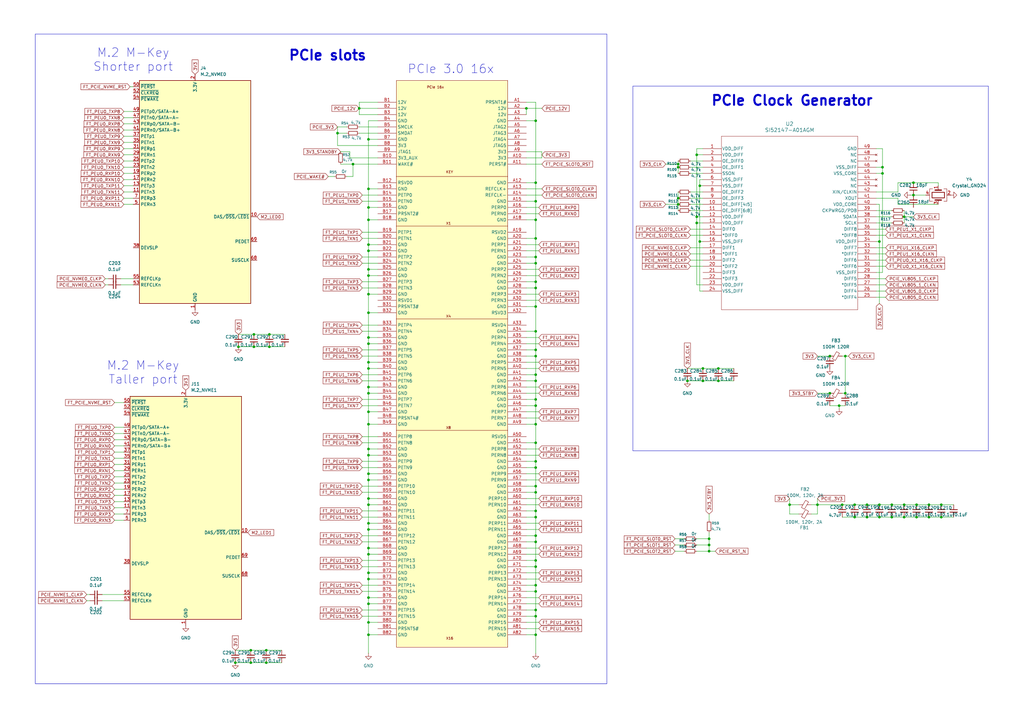
<source format=kicad_sch>
(kicad_sch (version 20250114) (generator "eeschema") (generator_version "9.0")
  (paper "A3")
  (title_block (title "Bugboard-1 D2000 mITX") (date "2025-05-23") (rev "1.0"))
  (rectangle (start 14.478 13.97) (end 248.92 280.416))
  (rectangle (start 259.588 35.306) (end 405.384 184.912))
  (text "M.2 M-Key\nShorter port" (at 54.61 24.638 0) (effects (font (size 3.556 3.556))))
  (text "M.2 M-Key\nTaller port" (at 58.674 152.908 0) (effects (font (size 3.556 3.556))))
  (text "PCIe 3.0 16x" (at 184.912 28.448 0) (effects (font (size 3.556 3.556))))
  (text "PCIe slots" (at 134.366 22.86 0) (effects (font (size 4.064 4.064) (thickness 0.8128) (bold yes))))
  (text "PCIe Clock Generator" (at 324.866 41.402 0) (effects (font (size 4.064 4.064) (thickness 0.8128) (bold yes))))
  (junction (at 219.71 156.21))
  (junction (at 151.13 140.97))
  (junction (at 151.13 247.65))
  (junction (at 219.71 260.35))
  (junction (at 151.13 85.09))
  (junction (at 219.71 115.57))
  (junction (at 294.64 156.21))
  (junction (at 151.13 173.99))
  (junction (at 285.75 63.5))
  (junction (at 346.71 161.29))
  (junction (at 91.44 400.05))
  (junction (at 361.95 71.12))
  (junction (at 219.71 74.93))
  (junction (at 360.68 212.09))
  (junction (at 370.84 212.09))
  (junction (at 138.43 54.61))
  (junction (at 381 212.09))
  (junction (at 151.13 227.33))
  (junction (at 360.68 207.01))
  (junction (at 287.02 99.06))
  (junction (at 151.13 194.31))
  (junction (at 350.52 207.01))
  (junction (at 151.13 245.11))
  (junction (at 151.13 204.47))
  (junction (at 219.71 118.11))
  (junction (at 345.44 207.01))
  (junction (at 151.13 57.15))
  (junction (at 151.13 138.43))
  (junction (at 110.49 142.24))
  (junction (at 151.13 113.03))
  (junction (at 340.36 146.05))
  (junction (at 151.13 128.27))
  (junction (at 151.13 168.91))
  (junction (at 219.71 201.93))
  (junction (at 219.71 153.67))
  (junction (at 151.13 186.69))
  (junction (at 151.13 161.29))
  (junction (at 151.13 260.35))
  (junction (at 151.13 255.27))
  (junction (at 104.14 142.24))
  (junction (at 355.6 207.01))
  (junction (at 151.13 217.17))
  (junction (at 361.95 68.58))
  (junction (at 375.92 207.01))
  (junction (at 219.71 146.05))
  (junction (at 102.87 266.7))
  (junction (at 219.71 229.87))
  (junction (at 219.71 219.71))
  (junction (at 323.85 207.01))
  (junction (at 219.71 125.73))
  (junction (at 219.71 173.99))
  (junction (at 151.13 102.87))
  (junction (at 102.87 271.78))
  (junction (at 278.13 67.31))
  (junction (at 151.13 184.15))
  (junction (at 290.83 220.98))
  (junction (at 219.71 135.89))
  (junction (at 219.71 90.17))
  (junction (at 374.65 74.93))
  (junction (at 219.71 163.83))
  (junction (at 219.71 107.95))
  (junction (at 219.71 166.37))
  (junction (at 219.71 242.57))
  (junction (at 68.58 400.05))
  (junction (at 386.08 207.01))
  (junction (at 151.13 151.13))
  (junction (at 151.13 148.59))
  (junction (at 288.29 151.13))
  (junction (at 219.71 97.79))
  (junction (at 288.29 156.21))
  (junction (at 219.71 250.19))
  (junction (at 151.13 120.65))
  (junction (at 151.13 77.47))
  (junction (at 340.36 161.29))
  (junction (at 68.58 387.35))
  (junction (at 386.08 212.09))
  (junction (at 219.71 181.61))
  (junction (at 151.13 214.63))
  (junction (at 350.52 212.09))
  (junction (at 294.64 151.13))
  (junction (at 219.71 209.55))
  (junction (at 110.49 137.16))
  (junction (at 219.71 222.25))
  (junction (at 147.32 44.45))
  (junction (at 278.13 81.28))
  (junction (at 219.71 212.09))
  (junction (at 346.71 146.05))
  (junction (at 97.79 142.24))
  (junction (at 219.71 252.73))
  (junction (at 370.84 88.9))
  (junction (at 278.13 68.58))
  (junction (at 215.9 44.45))
  (junction (at 151.13 90.17))
  (junction (at 151.13 158.75))
  (junction (at 151.13 100.33))
  (junction (at 281.94 156.21))
  (junction (at 335.28 207.01))
  (junction (at 104.14 137.16))
  (junction (at 219.71 82.55))
  (junction (at 381 207.01))
  (junction (at 370.84 207.01))
  (junction (at 151.13 110.49))
  (junction (at 109.22 271.78))
  (junction (at 151.13 207.01))
  (junction (at 360.68 99.06))
  (junction (at 278.13 83.82))
  (junction (at 219.71 143.51))
  (junction (at 109.22 266.7))
  (junction (at 219.71 240.03))
  (junction (at 219.71 191.77))
  (junction (at 151.13 196.85))
  (junction (at 151.13 234.95))
  (junction (at 219.71 49.53))
  (junction (at 290.83 223.52))
  (junction (at 91.44 387.35))
  (junction (at 287.02 76.2))
  (junction (at 144.78 67.31))
  (junction (at 219.71 189.23))
  (junction (at 151.13 237.49))
  (junction (at 365.76 212.09))
  (junction (at 374.65 80.01))
  (junction (at 355.6 212.09))
  (junction (at 285.75 88.9))
  (junction (at 219.71 105.41))
  (junction (at 219.71 199.39))
  (junction (at 96.52 271.78))
  (junction (at 151.13 224.79))
  (junction (at 290.83 226.06))
  (junction (at 375.92 212.09))
  (junction (at 365.76 207.01))
  (junction (at 219.71 232.41))
  (junction (at 344.17 166.37))
  (junction (at 285.75 91.44))
  (wire (pts (xy 46.99 187.96) (xy 50.8 187.96)))
  (wire (pts (xy 68.58 400.05) (xy 68.58 397.51)))
  (wire (pts (xy 215.9 219.71) (xy 219.71 219.71)))
  (wire (pts (xy 345.44 212.09) (xy 350.52 212.09)))
  (wire (pts (xy 220.98 138.43) (xy 215.9 138.43)))
  (wire (pts (xy 151.13 168.91) (xy 151.13 161.29)))
  (wire (pts (xy 46.99 182.88) (xy 50.8 182.88)))
  (wire (pts (xy 215.9 240.03) (xy 219.71 240.03)))
  (wire (pts (xy 347.98 146.05) (xy 346.71 146.05)))
  (wire (pts (xy 151.13 138.43) (xy 151.13 140.97)))
  (wire (pts (xy 215.9 181.61) (xy 219.71 181.61)))
  (wire (pts (xy 288.29 60.96) (xy 285.75 60.96)))
  (wire (pts (xy 276.86 226.06) (xy 280.67 226.06)))
  (wire (pts (xy 151.13 267.97) (xy 151.13 260.35)))
  (wire (pts (xy 219.71 199.39) (xy 219.71 201.93)))
  (wire (pts (xy 148.59 232.41) (xy 154.94 232.41)))
  (wire (pts (xy 368.3 74.93) (xy 368.3 78.74)))
  (wire (pts (xy 151.13 140.97) (xy 151.13 148.59)))
  (wire (pts (xy 49.53 116.84) (xy 54.61 116.84)))
  (wire (pts (xy 46.99 175.26) (xy 50.8 175.26)))
  (wire (pts (xy 151.13 207.01) (xy 151.13 214.63)))
  (wire (pts (xy 154.94 247.65) (xy 151.13 247.65)))
  (wire (pts (xy 219.71 252.73) (xy 219.71 260.35)))
  (wire (pts (xy 220.98 151.13) (xy 215.9 151.13)))
  (wire (pts (xy 219.71 219.71) (xy 219.71 222.25)))
  (wire (pts (xy 148.59 199.39) (xy 154.94 199.39)))
  (wire (pts (xy 220.98 100.33) (xy 215.9 100.33)))
  (wire (pts (xy 101.6 394.97) (xy 101.6 400.05)))
  (wire (pts (xy 148.59 97.79) (xy 154.94 97.79)))
  (wire (pts (xy 215.9 44.45) (xy 215.9 46.99)))
  (wire (pts (xy 102.87 271.78) (xy 109.22 271.78)))
  (wire (pts (xy 151.13 204.47) (xy 151.13 207.01)))
  (wire (pts (xy 384.81 74.93) (xy 384.81 76.2)))
  (wire (pts (xy 151.13 194.31) (xy 151.13 196.85)))
  (wire (pts (xy 219.71 107.95) (xy 219.71 115.57)))
  (wire (pts (xy 219.71 90.17) (xy 219.71 97.79)))
  (wire (pts (xy 54.61 71.12) (xy 50.8 71.12)))
  (wire (pts (xy 151.13 77.47) (xy 151.13 85.09)))
  (wire (pts (xy 101.6 400.05) (xy 91.44 400.05)))
  (wire (pts (xy 46.99 208.28) (xy 50.8 208.28)))
  (wire (pts (xy 368.3 74.93) (xy 374.65 74.93)))
  (wire (pts (xy 278.13 78.74) (xy 278.13 81.28)))
  (wire (pts (xy 151.13 110.49) (xy 151.13 113.03)))
  (wire (pts (xy 283.21 93.98) (xy 288.29 93.98)))
  (wire (pts (xy 283.21 71.12) (xy 288.29 71.12)))
  (wire (pts (xy 368.3 83.82) (xy 384.81 83.82)))
  (wire (pts (xy 222.25 67.31) (xy 215.9 67.31)))
  (wire (pts (xy 46.99 193.04) (xy 50.8 193.04)))
  (wire (pts (xy 148.59 242.57) (xy 154.94 242.57)))
  (wire (pts (xy 220.98 234.95) (xy 215.9 234.95)))
  (wire (pts (xy 154.94 54.61) (xy 147.32 54.61)))
  (wire (pts (xy 350.52 212.09) (xy 355.6 212.09)))
  (wire (pts (xy 290.83 226.06) (xy 293.37 226.06)))
  (wire (pts (xy 219.71 173.99) (xy 219.71 181.61)))
  (wire (pts (xy 148.59 105.41) (xy 154.94 105.41)))
  (wire (pts (xy 148.59 219.71) (xy 154.94 219.71)))
  (wire (pts (xy 335.28 146.05) (xy 340.36 146.05)))
  (wire (pts (xy 109.22 271.78) (xy 115.57 271.78)))
  (wire (pts (xy 46.99 203.2) (xy 50.8 203.2)))
  (wire (pts (xy 365.76 212.09) (xy 370.84 212.09)))
  (wire (pts (xy 285.75 226.06) (xy 290.83 226.06)))
  (wire (pts (xy 46.99 213.36) (xy 50.8 213.36)))
  (wire (pts (xy 101.6 389.89) (xy 101.6 387.35)))
  (wire (pts (xy 138.43 59.69) (xy 154.94 59.69)))
  (wire (pts (xy 287.02 99.06) (xy 287.02 119.38)))
  (wire (pts (xy 215.9 97.79) (xy 219.71 97.79)))
  (wire (pts (xy 345.44 161.29) (xy 346.71 161.29)))
  (wire (pts (xy 220.98 255.27) (xy 215.9 255.27)))
  (wire (pts (xy 220.98 207.01) (xy 215.9 207.01)))
  (wire (pts (xy 144.78 67.31) (xy 144.78 72.39)))
  (wire (pts (xy 54.61 83.82) (xy 50.8 83.82)))
  (wire (pts (xy 151.13 138.43) (xy 154.94 138.43)))
  (wire (pts (xy 137.16 72.39) (xy 134.62 72.39)))
  (wire (pts (xy 359.41 60.96) (xy 361.95 60.96)))
  (wire (pts (xy 290.83 220.98) (xy 290.83 218.44)))
  (wire (pts (xy 386.08 212.09) (xy 391.16 212.09)))
  (wire (pts (xy 151.13 57.15) (xy 154.94 57.15)))
  (wire (pts (xy 151.13 120.65) (xy 151.13 128.27)))
  (wire (pts (xy 148.59 153.67) (xy 154.94 153.67)))
  (wire (pts (xy 97.79 142.24) (xy 104.14 142.24)))
  (wire (pts (xy 219.71 118.11) (xy 219.71 125.73)))
  (wire (pts (xy 143.51 62.23) (xy 139.7 62.23)))
  (wire (pts (xy 78.74 387.35) (xy 68.58 387.35)))
  (wire (pts (xy 344.17 166.37) (xy 346.71 166.37)))
  (wire (pts (xy 50.8 165.1) (xy 46.99 165.1)))
  (wire (pts (xy 386.08 207.01) (xy 391.16 207.01)))
  (wire (pts (xy 220.98 237.49) (xy 215.9 237.49)))
  (wire (pts (xy 273.05 67.31) (xy 278.13 67.31)))
  (wire (pts (xy 54.61 73.66) (xy 50.8 73.66)))
  (wire (pts (xy 154.94 52.07) (xy 147.32 52.07)))
  (wire (pts (xy 361.95 71.12) (xy 361.95 111.76)))
  (wire (pts (xy 54.61 58.42) (xy 50.8 58.42)))
  (wire (pts (xy 281.94 156.21) (xy 288.29 156.21)))
  (wire (pts (xy 361.95 60.96) (xy 361.95 68.58)))
  (wire (pts (xy 335.28 210.82) (xy 335.28 207.01)))
  (wire (pts (xy 219.71 166.37) (xy 219.71 173.99)))
  (wire (pts (xy 359.41 86.36) (xy 365.76 86.36)))
  (wire (pts (xy 220.98 217.17) (xy 215.9 217.17)))
  (wire (pts (xy 154.94 184.15) (xy 151.13 184.15)))
  (wire (pts (xy 220.98 257.81) (xy 215.9 257.81)))
  (wire (pts (xy 50.8 76.2) (xy 54.61 76.2)))
  (wire (pts (xy 363.22 109.22) (xy 359.41 109.22)))
  (wire (pts (xy 46.99 200.66) (xy 50.8 200.66)))
  (wire (pts (xy 278.13 67.31) (xy 278.13 68.58)))
  (wire (pts (xy 151.13 151.13) (xy 151.13 158.75)))
  (wire (pts (xy 283.21 106.68) (xy 288.29 106.68)))
  (wire (pts (xy 154.94 151.13) (xy 151.13 151.13)))
  (wire (pts (xy 355.6 212.09) (xy 360.68 212.09)))
  (wire (pts (xy 215.9 252.73) (xy 219.71 252.73)))
  (wire (pts (xy 283.21 68.58) (xy 288.29 68.58)))
  (wire (pts (xy 43.18 116.84) (xy 44.45 116.84)))
  (wire (pts (xy 278.13 81.28) (xy 278.13 83.82)))
  (wire (pts (xy 148.59 163.83) (xy 154.94 163.83)))
  (wire (pts (xy 219.71 222.25) (xy 219.71 229.87)))
  (wire (pts (xy 215.9 201.93) (xy 219.71 201.93)))
  (wire (pts (xy 151.13 57.15) (xy 151.13 77.47)))
  (wire (pts (xy 215.9 74.93) (xy 219.71 74.93)))
  (wire (pts (xy 359.41 81.28) (xy 368.3 81.28)))
  (wire (pts (xy 365.76 207.01) (xy 370.84 207.01)))
  (wire (pts (xy 215.9 163.83) (xy 219.71 163.83)))
  (wire (pts (xy 219.71 41.91) (xy 215.9 41.91)))
  (wire (pts (xy 148.59 80.01) (xy 154.94 80.01)))
  (wire (pts (xy 151.13 120.65) (xy 154.94 120.65)))
  (wire (pts (xy 35.56 243.84) (xy 36.83 243.84)))
  (wire (pts (xy 151.13 227.33) (xy 154.94 227.33)))
  (wire (pts (xy 294.64 156.21) (xy 300.99 156.21)))
  (wire (pts (xy 148.59 166.37) (xy 154.94 166.37)))
  (wire (pts (xy 375.92 207.01) (xy 381 207.01)))
  (wire (pts (xy 361.95 68.58) (xy 361.95 71.12)))
  (wire (pts (xy 215.9 222.25) (xy 219.71 222.25)))
  (wire (pts (xy 276.86 220.98) (xy 280.67 220.98)))
  (wire (pts (xy 219.71 181.61) (xy 219.71 189.23)))
  (wire (pts (xy 148.59 115.57) (xy 154.94 115.57)))
  (wire (pts (xy 148.59 107.95) (xy 154.94 107.95)))
  (wire (pts (xy 151.13 217.17) (xy 151.13 224.79)))
  (wire (pts (xy 283.21 96.52) (xy 288.29 96.52)))
  (wire (pts (xy 288.29 156.21) (xy 294.64 156.21)))
  (wire (pts (xy 363.22 93.98) (xy 359.41 93.98)))
  (wire (pts (xy 151.13 214.63) (xy 151.13 217.17)))
  (wire (pts (xy 54.61 63.5) (xy 50.8 63.5)))
  (wire (pts (xy 215.9 173.99) (xy 219.71 173.99)))
  (wire (pts (xy 350.52 207.01) (xy 355.6 207.01)))
  (wire (pts (xy 363.22 119.38) (xy 359.41 119.38)))
  (wire (pts (xy 215.9 250.19) (xy 219.71 250.19)))
  (wire (pts (xy 148.59 143.51) (xy 154.94 143.51)))
  (wire (pts (xy 151.13 234.95) (xy 151.13 237.49)))
  (wire (pts (xy 138.43 52.07) (xy 138.43 54.61)))
  (wire (pts (xy 370.84 88.9) (xy 370.84 91.44)))
  (wire (pts (xy 138.43 54.61) (xy 142.24 54.61)))
  (wire (pts (xy 68.58 405.13) (xy 68.58 400.05)))
  (wire (pts (xy 151.13 100.33) (xy 151.13 102.87)))
  (wire (pts (xy 215.9 146.05) (xy 219.71 146.05)))
  (wire (pts (xy 220.98 186.69) (xy 215.9 186.69)))
  (wire (pts (xy 215.9 62.23) (xy 222.25 62.23)))
  (wire (pts (xy 220.98 140.97) (xy 215.9 140.97)))
  (wire (pts (xy 151.13 234.95) (xy 154.94 234.95)))
  (wire (pts (xy 278.13 67.31) (xy 278.13 66.04)))
  (wire (pts (xy 215.9 199.39) (xy 219.71 199.39)))
  (wire (pts (xy 220.98 102.87) (xy 215.9 102.87)))
  (wire (pts (xy 215.9 105.41) (xy 219.71 105.41)))
  (wire (pts (xy 139.7 67.31) (xy 144.78 67.31)))
  (wire (pts (xy 283.21 81.28) (xy 288.29 81.28)))
  (wire (pts (xy 215.9 90.17) (xy 219.71 90.17)))
  (wire (pts (xy 151.13 186.69) (xy 151.13 194.31)))
  (wire (pts (xy 148.59 252.73) (xy 154.94 252.73)))
  (wire (pts (xy 220.98 148.59) (xy 215.9 148.59)))
  (wire (pts (xy 148.59 229.87) (xy 154.94 229.87)))
  (wire (pts (xy 283.21 101.6) (xy 288.29 101.6)))
  (wire (pts (xy 148.59 135.89) (xy 154.94 135.89)))
  (wire (pts (xy 219.71 105.41) (xy 219.71 107.95)))
  (wire (pts (xy 283.21 66.04) (xy 288.29 66.04)))
  (wire (pts (xy 294.64 151.13) (xy 300.99 151.13)))
  (wire (pts (xy 151.13 237.49) (xy 154.94 237.49)))
  (wire (pts (xy 381 212.09) (xy 386.08 212.09)))
  (wire (pts (xy 154.94 85.09) (xy 151.13 85.09)))
  (wire (pts (xy 285.75 91.44) (xy 285.75 116.84)))
  (wire (pts (xy 285.75 60.96) (xy 285.75 63.5)))
  (wire (pts (xy 361.95 111.76) (xy 359.41 111.76)))
  (wire (pts (xy 327.66 207.01) (xy 323.85 207.01)))
  (wire (pts (xy 54.61 53.34) (xy 50.8 53.34)))
  (wire (pts (xy 151.13 255.27) (xy 151.13 260.35)))
  (wire (pts (xy 276.86 223.52) (xy 280.67 223.52)))
  (wire (pts (xy 220.98 194.31) (xy 215.9 194.31)))
  (wire (pts (xy 154.94 49.53) (xy 151.13 49.53)))
  (wire (pts (xy 219.71 156.21) (xy 219.71 163.83)))
  (wire (pts (xy 78.74 394.97) (xy 78.74 400.05)))
  (wire (pts (xy 46.99 205.74) (xy 50.8 205.74)))
  (wire (pts (xy 41.91 246.38) (xy 50.8 246.38)))
  (wire (pts (xy 290.83 223.52) (xy 290.83 220.98)))
  (wire (pts (xy 287.02 76.2) (xy 288.29 76.2)))
  (wire (pts (xy 219.71 189.23) (xy 219.71 191.77)))
  (wire (pts (xy 101.6 387.35) (xy 91.44 387.35)))
  (wire (pts (xy 368.3 81.28) (xy 368.3 83.82)))
  (wire (pts (xy 288.29 73.66) (xy 287.02 73.66)))
  (wire (pts (xy 287.02 73.66) (xy 287.02 76.2)))
  (wire (pts (xy 54.61 66.04) (xy 50.8 66.04)))
  (wire (pts (xy 374.65 80.01) (xy 379.73 80.01)))
  (wire (pts (xy 104.14 142.24) (xy 110.49 142.24)))
  (wire (pts (xy 151.13 237.49) (xy 151.13 245.11)))
  (wire (pts (xy 151.13 90.17) (xy 151.13 100.33)))
  (wire (pts (xy 148.59 250.19) (xy 154.94 250.19)))
  (wire (pts (xy 219.71 250.19) (xy 219.71 252.73)))
  (wire (pts (xy 219.71 240.03) (xy 219.71 242.57)))
  (wire (pts (xy 215.9 242.57) (xy 219.71 242.57)))
  (wire (pts (xy 222.25 80.01) (xy 215.9 80.01)))
  (wire (pts (xy 363.22 116.84) (xy 359.41 116.84)))
  (wire (pts (xy 215.9 118.11) (xy 219.71 118.11)))
  (wire (pts (xy 54.61 55.88) (xy 50.8 55.88)))
  (wire (pts (xy 323.85 207.01) (xy 323.85 204.47)))
  (wire (pts (xy 43.18 114.3) (xy 44.45 114.3)))
  (wire (pts (xy 290.83 226.06) (xy 290.83 223.52)))
  (wire (pts (xy 285.75 116.84) (xy 288.29 116.84)))
  (wire (pts (xy 327.66 210.82) (xy 323.85 210.82)))
  (wire (pts (xy 46.99 177.8) (xy 50.8 177.8)))
  (wire (pts (xy 151.13 207.01) (xy 154.94 207.01)))
  (wire (pts (xy 109.22 266.7) (xy 115.57 266.7)))
  (wire (pts (xy 97.79 137.16) (xy 104.14 137.16)))
  (wire (pts (xy 290.83 210.82) (xy 290.83 213.36)))
  (wire (pts (xy 220.98 158.75) (xy 215.9 158.75)))
  (wire (pts (xy 148.59 212.09) (xy 154.94 212.09)))
  (wire (pts (xy 219.71 267.97) (xy 219.71 260.35)))
  (wire (pts (xy 78.74 400.05) (xy 68.58 400.05)))
  (wire (pts (xy 220.98 123.19) (xy 215.9 123.19)))
  (wire (pts (xy 219.71 135.89) (xy 219.71 143.51)))
  (wire (pts (xy 154.94 44.45) (xy 147.32 44.45)))
  (wire (pts (xy 220.98 110.49) (xy 215.9 110.49)))
  (wire (pts (xy 151.13 204.47) (xy 154.94 204.47)))
  (wire (pts (xy 287.02 76.2) (xy 287.02 99.06)))
  (wire (pts (xy 104.14 137.16) (xy 110.49 137.16)))
  (wire (pts (xy 215.9 143.51) (xy 219.71 143.51)))
  (wire (pts (xy 220.98 184.15) (xy 215.9 184.15)))
  (wire (pts (xy 220.98 168.91) (xy 215.9 168.91)))
  (wire (pts (xy 340.36 166.37) (xy 344.17 166.37)))
  (wire (pts (xy 144.78 72.39) (xy 142.24 72.39)))
  (wire (pts (xy 332.74 210.82) (xy 335.28 210.82)))
  (wire (pts (xy 323.85 210.82) (xy 323.85 207.01)))
  (wire (pts (xy 54.61 60.96) (xy 50.8 60.96)))
  (wire (pts (xy 219.71 260.35) (xy 215.9 260.35)))
  (wire (pts (xy 219.71 212.09) (xy 219.71 219.71)))
  (wire (pts (xy 151.13 245.11) (xy 151.13 247.65)))
  (wire (pts (xy 215.9 107.95) (xy 219.71 107.95)))
  (wire (pts (xy 151.13 113.03) (xy 154.94 113.03)))
  (wire (pts (xy 54.61 48.26) (xy 50.8 48.26)))
  (wire (pts (xy 373.38 80.01) (xy 374.65 80.01)))
  (wire (pts (xy 355.6 207.01) (xy 360.68 207.01)))
  (wire (pts (xy 287.02 119.38) (xy 288.29 119.38)))
  (wire (pts (xy 220.98 224.79) (xy 215.9 224.79)))
  (wire (pts (xy 46.99 195.58) (xy 50.8 195.58)))
  (wire (pts (xy 370.84 207.01) (xy 375.92 207.01)))
  (wire (pts (xy 96.52 271.78) (xy 102.87 271.78)))
  (wire (pts (xy 151.13 186.69) (xy 151.13 184.15)))
  (wire (pts (xy 151.13 90.17) (xy 154.94 90.17)))
  (wire (pts (xy 151.13 102.87) (xy 151.13 110.49)))
  (wire (pts (xy 344.17 166.37) (xy 344.17 167.64)))
  (wire (pts (xy 281.94 151.13) (xy 288.29 151.13)))
  (wire (pts (xy 215.9 49.53) (xy 219.71 49.53)))
  (wire (pts (xy 220.98 247.65) (xy 215.9 247.65)))
  (wire (pts (xy 151.13 173.99) (xy 151.13 184.15)))
  (wire (pts (xy 148.59 179.07) (xy 154.94 179.07)))
  (wire (pts (xy 273.05 83.82) (xy 278.13 83.82)))
  (wire (pts (xy 335.28 207.01) (xy 332.74 207.01)))
  (wire (pts (xy 346.71 146.05) (xy 345.44 146.05)))
  (wire (pts (xy 283.21 109.22) (xy 288.29 109.22)))
  (wire (pts (xy 215.9 64.77) (xy 222.25 64.77)))
  (wire (pts (xy 68.58 389.89) (xy 68.58 387.35)))
  (wire (pts (xy 54.61 81.28) (xy 50.8 81.28)))
  (wire (pts (xy 219.71 146.05) (xy 219.71 153.67)))
  (wire (pts (xy 220.98 113.03) (xy 215.9 113.03)))
  (wire (pts (xy 359.41 99.06) (xy 360.68 99.06)))
  (wire (pts (xy 46.99 190.5) (xy 50.8 190.5)))
  (wire (pts (xy 219.71 242.57) (xy 219.71 250.19)))
  (wire (pts (xy 49.53 114.3) (xy 54.61 114.3)))
  (wire (pts (xy 154.94 186.69) (xy 151.13 186.69)))
  (wire (pts (xy 154.94 173.99) (xy 151.13 173.99)))
  (wire (pts (xy 138.43 54.61) (xy 138.43 59.69)))
  (wire (pts (xy 374.65 74.93) (xy 384.81 74.93)))
  (wire (pts (xy 151.13 217.17) (xy 154.94 217.17)))
  (wire (pts (xy 53.34 35.56) (xy 54.61 35.56)))
  (wire (pts (xy 215.9 212.09) (xy 219.71 212.09)))
  (wire (pts (xy 359.41 88.9) (xy 365.76 88.9)))
  (wire (pts (xy 360.68 207.01) (xy 365.76 207.01)))
  (wire (pts (xy 151.13 100.33) (xy 154.94 100.33)))
  (wire (pts (xy 345.44 207.01) (xy 350.52 207.01)))
  (wire (pts (xy 285.75 91.44) (xy 288.29 91.44)))
  (wire (pts (xy 54.61 68.58) (xy 50.8 68.58)))
  (wire (pts (xy 151.13 214.63) (xy 154.94 214.63)))
  (wire (pts (xy 360.68 99.06) (xy 360.68 124.46)))
  (wire (pts (xy 151.13 113.03) (xy 151.13 120.65)))
  (wire (pts (xy 215.9 82.55) (xy 219.71 82.55)))
  (wire (pts (xy 285.75 63.5) (xy 288.29 63.5)))
  (wire (pts (xy 359.41 78.74) (xy 368.3 78.74)))
  (wire (pts (xy 220.98 171.45) (xy 215.9 171.45)))
  (wire (pts (xy 219.71 209.55) (xy 219.71 212.09)))
  (wire (pts (xy 219.71 82.55) (xy 219.71 90.17)))
  (wire (pts (xy 151.13 255.27) (xy 154.94 255.27)))
  (wire (pts (xy 151.13 260.35) (xy 154.94 260.35)))
  (wire (pts (xy 381 207.01) (xy 386.08 207.01)))
  (wire (pts (xy 151.13 224.79) (xy 154.94 224.79)))
  (wire (pts (xy 148.59 95.25) (xy 154.94 95.25)))
  (wire (pts (xy 151.13 158.75) (xy 151.13 161.29)))
  (wire (pts (xy 285.75 88.9) (xy 285.75 91.44)))
  (wire (pts (xy 91.44 387.35) (xy 91.44 384.81)))
  (wire (pts (xy 220.98 87.63) (xy 215.9 87.63)))
  (wire (pts (xy 144.78 67.31) (xy 154.94 67.31)))
  (wire (pts (xy 335.28 161.29) (xy 340.36 161.29)))
  (wire (pts (xy 363.22 121.92) (xy 359.41 121.92)))
  (wire (pts (xy 360.68 99.06) (xy 360.68 83.82)))
  (wire (pts (xy 222.25 44.45) (xy 215.9 44.45)))
  (wire (pts (xy 151.13 77.47) (xy 154.94 77.47)))
  (wire (pts (xy 138.43 52.07) (xy 142.24 52.07)))
  (wire (pts (xy 285.75 223.52) (xy 290.83 223.52)))
  (wire (pts (xy 151.13 128.27) (xy 151.13 138.43)))
  (wire (pts (xy 335.28 207.01) (xy 345.44 207.01)))
  (wire (pts (xy 375.92 212.09) (xy 381 212.09)))
  (wire (pts (xy 363.22 96.52) (xy 359.41 96.52)))
  (wire (pts (xy 148.59 118.11) (xy 154.94 118.11)))
  (wire (pts (xy 78.74 389.89) (xy 78.74 387.35)))
  (wire (pts (xy 148.59 133.35) (xy 154.94 133.35)))
  (wire (pts (xy 287.02 99.06) (xy 288.29 99.06)))
  (wire (pts (xy 46.99 180.34) (xy 50.8 180.34)))
  (wire (pts (xy 46.99 185.42) (xy 50.8 185.42)))
  (wire (pts (xy 219.71 74.93) (xy 219.71 82.55)))
  (wire (pts (xy 219.71 229.87) (xy 219.71 232.41)))
  (wire (pts (xy 219.71 115.57) (xy 219.71 118.11)))
  (wire (pts (xy 35.56 246.38) (xy 36.83 246.38)))
  (wire (pts (xy 220.98 245.11) (xy 215.9 245.11)))
  (wire (pts (xy 154.94 64.77) (xy 143.51 64.77)))
  (wire (pts (xy 220.98 227.33) (xy 215.9 227.33)))
  (wire (pts (xy 154.94 168.91) (xy 151.13 168.91)))
  (wire (pts (xy 359.41 91.44) (xy 365.76 91.44)))
  (wire (pts (xy 46.99 210.82) (xy 50.8 210.82)))
  (wire (pts (xy 110.49 142.24) (xy 116.84 142.24)))
  (wire (pts (xy 151.13 194.31) (xy 154.94 194.31)))
  (wire (pts (xy 54.61 78.74) (xy 50.8 78.74)))
  (wire (pts (xy 151.13 196.85) (xy 151.13 204.47)))
  (wire (pts (xy 220.98 120.65) (xy 215.9 120.65)))
  (wire (pts (xy 46.99 198.12) (xy 50.8 198.12)))
  (wire (pts (xy 219.71 49.53) (xy 219.71 41.91)))
  (wire (pts (xy 278.13 68.58) (xy 278.13 71.12)))
  (wire (pts (xy 215.9 232.41) (xy 219.71 232.41)))
  (wire (pts (xy 215.9 229.87) (xy 219.71 229.87)))
  (wire (pts (xy 151.13 247.65) (xy 151.13 255.27)))
  (wire (pts (xy 288.29 151.13) (xy 294.64 151.13)))
  (wire (pts (xy 360.68 212.09) (xy 365.76 212.09)))
  (wire (pts (xy 148.59 222.25) (xy 154.94 222.25)))
  (wire (pts (xy 290.83 220.98) (xy 285.75 220.98)))
  (wire (pts (xy 222.25 77.47) (xy 215.9 77.47)))
  (wire (pts (xy 361.95 68.58) (xy 359.41 68.58)))
  (wire (pts (xy 148.59 181.61) (xy 154.94 181.61)))
  (wire (pts (xy 215.9 115.57) (xy 219.71 115.57)))
  (wire (pts (xy 148.59 82.55) (xy 154.94 82.55)))
  (wire (pts (xy 335.28 207.01) (xy 335.28 204.47)))
  (wire (pts (xy 370.84 86.36) (xy 370.84 88.9)))
  (wire (pts (xy 41.91 243.84) (xy 50.8 243.84)))
  (wire (pts (xy 215.9 156.21) (xy 219.71 156.21)))
  (wire (pts (xy 363.22 104.14) (xy 359.41 104.14)))
  (wire (pts (xy 143.51 64.77) (xy 143.51 62.23)))
  (wire (pts (xy 219.71 49.53) (xy 219.71 74.93)))
  (wire (pts (xy 220.98 196.85) (xy 215.9 196.85)))
  (wire (pts (xy 148.59 146.05) (xy 154.94 146.05)))
  (wire (pts (xy 148.59 156.21) (xy 154.94 156.21)))
  (wire (pts (xy 151.13 158.75) (xy 154.94 158.75)))
  (wire (pts (xy 151.13 140.97) (xy 154.94 140.97)))
  (wire (pts (xy 148.59 209.55) (xy 154.94 209.55)))
  (wire (pts (xy 151.13 245.11) (xy 154.94 245.11)))
  (wire (pts (xy 151.13 227.33) (xy 151.13 234.95)))
  (wire (pts (xy 219.71 153.67) (xy 219.71 156.21)))
  (wire (pts (xy 363.22 106.68) (xy 359.41 106.68)))
  (wire (pts (xy 285.75 88.9) (xy 288.29 88.9)))
  (wire (pts (xy 283.21 104.14) (xy 288.29 104.14)))
  (wire (pts (xy 151.13 161.29) (xy 154.94 161.29)))
  (wire (pts (xy 370.84 212.09) (xy 375.92 212.09)))
  (wire (pts (xy 91.44 397.51) (xy 91.44 400.05)))
  (wire (pts (xy 68.58 387.35) (xy 68.58 384.81)))
  (wire (pts (xy 54.61 50.8) (xy 50.8 50.8)))
  (wire (pts (xy 215.9 191.77) (xy 219.71 191.77)))
  (wire (pts (xy 151.13 110.49) (xy 154.94 110.49)))
  (wire (pts (xy 151.13 168.91) (xy 151.13 173.99)))
  (wire (pts (xy 278.13 83.82) (xy 278.13 86.36)))
  (wire (pts (xy 285.75 63.5) (xy 285.75 88.9)))
  (wire (pts (xy 110.49 137.16) (xy 116.84 137.16)))
  (wire (pts (xy 91.44 389.89) (xy 91.44 387.35)))
  (wire (pts (xy 148.59 189.23) (xy 154.94 189.23)))
  (wire (pts (xy 219.71 191.77) (xy 219.71 199.39)))
  (wire (pts (xy 215.9 209.55) (xy 219.71 209.55)))
  (wire (pts (xy 102.87 266.7) (xy 109.22 266.7)))
  (wire (pts (xy 151.13 148.59) (xy 151.13 151.13)))
  (wire (pts (xy 222.25 62.23) (xy 222.25 64.77)))
  (wire (pts (xy 147.32 46.99) (xy 147.32 44.45)))
  (wire (pts (xy 151.13 102.87) (xy 154.94 102.87)))
  (wire (pts (xy 374.65 88.9) (xy 370.84 88.9)))
  (wire (pts (xy 346.71 146.05) (xy 346.71 161.29)))
  (wire (pts (xy 360.68 83.82) (xy 359.41 83.82)))
  (wire (pts (xy 151.13 148.59) (xy 154.94 148.59)))
  (wire (pts (xy 220.98 204.47) (xy 215.9 204.47)))
  (wire (pts (xy 283.21 78.74) (xy 288.29 78.74)))
  (wire (pts (xy 147.32 44.45) (xy 147.32 41.91)))
  (wire (pts (xy 363.22 101.6) (xy 359.41 101.6)))
  (wire (pts (xy 220.98 161.29) (xy 215.9 161.29)))
  (wire (pts (xy 283.21 83.82) (xy 288.29 83.82)))
  (wire (pts (xy 148.59 240.03) (xy 154.94 240.03)))
  (wire (pts (xy 220.98 214.63) (xy 215.9 214.63)))
  (wire (pts (xy 283.21 86.36) (xy 288.29 86.36)))
  (wire (pts (xy 363.22 114.3) (xy 359.41 114.3)))
  (wire (pts (xy 54.61 45.72) (xy 50.8 45.72)))
  (wire (pts (xy 151.13 49.53) (xy 151.13 57.15)))
  (wire (pts (xy 151.13 224.79) (xy 151.13 227.33)))
  (wire (pts (xy 361.95 71.12) (xy 359.41 71.12)))
  (wire (pts (xy 154.94 46.99) (xy 147.32 46.99)))
  (wire (pts (xy 219.71 125.73) (xy 219.71 135.89)))
  (wire (pts (xy 96.52 266.7) (xy 102.87 266.7)))
  (wire (pts (xy 219.71 163.83) (xy 219.71 166.37)))
  (wire (pts (xy 147.32 41.91) (xy 154.94 41.91)))
  (wire (pts (xy 148.59 191.77) (xy 154.94 191.77)))
  (wire (pts (xy 151.13 196.85) (xy 154.94 196.85)))
  (wire (pts (xy 151.13 128.27) (xy 154.94 128.27)))
  (wire (pts (xy 91.44 405.13) (xy 91.44 400.05)))
  (wire (pts (xy 219.71 232.41) (xy 219.71 240.03)))
  (wire (pts (xy 219.71 143.51) (xy 219.71 146.05)))
  (wire (pts (xy 148.59 201.93) (xy 154.94 201.93)))
  (wire (pts (xy 219.71 201.93) (xy 219.71 209.55)))
  (wire (pts (xy 219.71 97.79) (xy 219.71 105.41)))
  (wire (pts (xy 215.9 153.67) (xy 219.71 153.67)))
  (wire (pts (xy 215.9 135.89) (xy 219.71 135.89)))
  (wire (pts (xy 215.9 166.37) (xy 219.71 166.37)))
  (wire (pts (xy 215.9 189.23) (xy 219.71 189.23)))
  (wire (pts (xy 151.13 85.09) (xy 151.13 90.17)))
  (wire (pts (xy 215.9 125.73) (xy 219.71 125.73)))
  (wire (pts (xy 220.98 85.09) (xy 215.9 85.09)))
  (global_label "FT_PEU1_RXN8" (shape input) (at 220.98 186.69 0) (property "Intersheetrefs" "${INTERSHEET_REFS}" (effects (hide yes))))
  (global_label "FT_PEU0_RXN8" (shape input) (at 50.8 53.34 180) (property "Intersheetrefs" "${INTERSHEET_REFS}" (effects (hide yes))))
  (global_label "FT_PEU0_RXN11" (shape input) (at 50.8 83.82 180) (property "Intersheetrefs" "${INTERSHEET_REFS}" (effects (hide yes))))
  (global_label "3V3" (shape input) (at 97.79 137.16 90) (property "Intersheetrefs" "${INTERSHEET_REFS}" (effects (hide yes))))
  (global_label "FT_PEU1_RXP12" (shape input) (at 220.98 224.79 0) (property "Intersheetrefs" "${INTERSHEET_REFS}" (effects (hide yes))))
  (global_label "3V3_CLK" (shape input) (at 281.94 151.13 90) (property "Intersheetrefs" "${INTERSHEET_REFS}" (effects (hide yes))))
  (global_label "FT_PEU1_RXN9" (shape input) (at 220.98 196.85 0) (property "Intersheetrefs" "${INTERSHEET_REFS}" (effects (hide yes))))
  (global_label "3V3" (shape input) (at 323.85 204.47 180) (property "Intersheetrefs" "${INTERSHEET_REFS}" (effects (hide yes))))
  (global_label "FT_PEU1_TXP1" (shape input) (at 148.59 95.25 180) (property "Intersheetrefs" "${INTERSHEET_REFS}" (effects (hide yes))))
  (global_label "FT_PEU1_TXN9" (shape input) (at 148.59 191.77 180) (property "Intersheetrefs" "${INTERSHEET_REFS}" (effects (hide yes))))
  (global_label "FT_PCIE_SLOT2_RST" (shape input) (at 276.86 226.06 180) (property "Intersheetrefs" "${INTERSHEET_REFS}" (effects (hide yes))))
  (global_label "FT_PEU1_RXN1" (shape input) (at 220.98 102.87 0) (property "Intersheetrefs" "${INTERSHEET_REFS}" (effects (hide yes))))
  (global_label "PCIE_WAKE#" (shape input) (at 134.62 72.39 180) (property "Intersheetrefs" "${INTERSHEET_REFS}" (effects (hide yes))))
  (global_label "FT_PEU1_RXN0" (shape input) (at 220.98 87.63 0) (property "Intersheetrefs" "${INTERSHEET_REFS}" (effects (hide yes))))
  (global_label "FT_PEU1_RXP9" (shape input) (at 220.98 194.31 0) (property "Intersheetrefs" "${INTERSHEET_REFS}" (effects (hide yes))))
  (global_label "3V3_STBY" (shape input) (at 335.28 161.29 180) (property "Intersheetrefs" "${INTERSHEET_REFS}" (effects (hide yes))))
  (global_label "3V3_CLK" (shape input) (at 374.65 88.9 0) (property "Intersheetrefs" "${INTERSHEET_REFS}" (effects (hide yes))))
  (global_label "FT_PEU1_TXP13" (shape input) (at 148.59 229.87 180) (property "Intersheetrefs" "${INTERSHEET_REFS}" (effects (hide yes))))
  (global_label "PCIE_VL805_0_CLKP" (shape input) (at 363.22 119.38 0) (property "Intersheetrefs" "${INTERSHEET_REFS}" (effects (hide yes))))
  (global_label "FT_PEU0_TXP0" (shape input) (at 46.99 175.26 180) (property "Intersheetrefs" "${INTERSHEET_REFS}" (effects (hide yes))))
  (global_label "FT_PEU1_RXP10" (shape input) (at 220.98 204.47 0) (property "Intersheetrefs" "${INTERSHEET_REFS}" (effects (hide yes))))
  (global_label "PCIE_NVME0_CLKN" (shape input) (at 43.18 116.84 180) (property "Intersheetrefs" "${INTERSHEET_REFS}" (effects (hide yes))))
  (global_label "FT_PCIE_NVME_RST" (shape input) (at 53.34 35.56 180) (property "Intersheetrefs" "${INTERSHEET_REFS}" (effects (hide yes))))
  (global_label "PCIE_RST_N" (shape input) (at 293.37 226.06 0) (property "Intersheetrefs" "${INTERSHEET_REFS}" (effects (hide yes))))
  (global_label "PCIE_3V3" (shape input) (at 222.25 63.5 0) (property "Intersheetrefs" "${INTERSHEET_REFS}" (effects (hide yes))))
  (global_label "FT_PCIE_SLOT1_RST" (shape input) (at 276.86 223.52 180) (property "Intersheetrefs" "${INTERSHEET_REFS}" (effects (hide yes))))
  (global_label "FT_PEU0_X1_X16_CLKN" (shape input) (at 363.22 109.22 0) (property "Intersheetrefs" "${INTERSHEET_REFS}" (effects (hide yes))))
  (global_label "FT_PEU0_RXP3" (shape input) (at 46.99 210.82 180) (property "Intersheetrefs" "${INTERSHEET_REFS}" (effects (hide yes))))
  (global_label "PCIE_VL805_0_CLKN" (shape input) (at 363.22 121.92 0) (property "Intersheetrefs" "${INTERSHEET_REFS}" (effects (hide yes))))
  (global_label "FT_PEU1_TXN2" (shape input) (at 148.59 107.95 180) (property "Intersheetrefs" "${INTERSHEET_REFS}" (effects (hide yes))))
  (global_label "3V3" (shape input) (at 335.28 146.05 180) (property "Intersheetrefs" "${INTERSHEET_REFS}" (effects (hide yes))))
  (global_label "FT_PEU1_RXN6" (shape input) (at 220.98 161.29 0) (property "Intersheetrefs" "${INTERSHEET_REFS}" (effects (hide yes))))
  (global_label "FT_PEU0_TXN3" (shape input) (at 46.99 208.28 180) (property "Intersheetrefs" "${INTERSHEET_REFS}" (effects (hide yes))))
  (global_label "3V3_CLK" (shape input) (at 360.68 124.46 270) (property "Intersheetrefs" "${INTERSHEET_REFS}" (effects (hide yes))))
  (global_label "FT_PEU1_RXP14" (shape input) (at 220.98 245.11 0) (property "Intersheetrefs" "${INTERSHEET_REFS}" (effects (hide yes))))
  (global_label "FT_PEU0_RXN2" (shape input) (at 46.99 203.2 180) (property "Intersheetrefs" "${INTERSHEET_REFS}" (effects (hide yes))))
  (global_label "FT_PEU0_TXP9" (shape input) (at 50.8 55.88 180) (property "Intersheetrefs" "${INTERSHEET_REFS}" (effects (hide yes))))
  (global_label "FT_PEU1_RXP8" (shape input) (at 220.98 184.15 0) (property "Intersheetrefs" "${INTERSHEET_REFS}" (effects (hide yes))))
  (global_label "FT_PEU1_TXP3" (shape input) (at 148.59 115.57 180) (property "Intersheetrefs" "${INTERSHEET_REFS}" (effects (hide yes))))
  (global_label "PCIE_NVME1_CLKP" (shape input) (at 283.21 106.68 180) (property "Intersheetrefs" "${INTERSHEET_REFS}" (effects (hide yes))))
  (global_label "FT_PEU1_RXP2" (shape input) (at 220.98 110.49 0) (property "Intersheetrefs" "${INTERSHEET_REFS}" (effects (hide yes))))
  (global_label "3V3_CLK" (shape input) (at 273.05 83.82 180) (property "Intersheetrefs" "${INTERSHEET_REFS}" (effects (hide yes))))
  (global_label "FT_PEU1_TXP11" (shape input) (at 148.59 209.55 180) (property "Intersheetrefs" "${INTERSHEET_REFS}" (effects (hide yes))))
  (global_label "FT_PEU1_RXP3" (shape input) (at 220.98 120.65 0) (property "Intersheetrefs" "${INTERSHEET_REFS}" (effects (hide yes))))
  (global_label "FT_PEU1_RXN15" (shape input) (at 220.98 257.81 0) (property "Intersheetrefs" "${INTERSHEET_REFS}" (effects (hide yes))))
  (global_label "FT_PEU0_TXN11" (shape input) (at 50.8 78.74 180) (property "Intersheetrefs" "${INTERSHEET_REFS}" (effects (hide yes))))
  (global_label "PCIE_NVME0_CLKP" (shape input) (at 43.18 114.3 180) (property "Intersheetrefs" "${INTERSHEET_REFS}" (effects (hide yes))))
  (global_label "FT_PEU1_TXN5" (shape input) (at 148.59 146.05 180) (property "Intersheetrefs" "${INTERSHEET_REFS}" (effects (hide yes))))
  (global_label "FT_PEU1_TXP4" (shape input) (at 148.59 133.35 180) (property "Intersheetrefs" "${INTERSHEET_REFS}" (effects (hide yes))))
  (global_label "FT_PCIE_SLOT0_CLKN" (shape input) (at 222.25 80.01 0) (property "Intersheetrefs" "${INTERSHEET_REFS}" (effects (hide yes))))
  (global_label "M2_LED1" (shape input) (at 101.6 218.44 0) (property "Intersheetrefs" "${INTERSHEET_REFS}" (effects (hide yes))))
  (global_label "FT_PEU0_TXP8" (shape input) (at 50.8 45.72 180) (property "Intersheetrefs" "${INTERSHEET_REFS}" (effects (hide yes))))
  (global_label "3V3" (shape input) (at 96.52 266.7 90) (property "Intersheetrefs" "${INTERSHEET_REFS}" (effects (hide yes))))
  (global_label "FT_PEU0_TXN10" (shape input) (at 50.8 68.58 180) (property "Intersheetrefs" "${INTERSHEET_REFS}" (effects (hide yes))))
  (global_label "FT_PEU0_TXP10" (shape input) (at 50.8 66.04 180) (property "Intersheetrefs" "${INTERSHEET_REFS}" (effects (hide yes))))
  (global_label "FT_PEU1_X16_CLKP" (shape input) (at 363.22 101.6 0) (property "Intersheetrefs" "${INTERSHEET_REFS}" (effects (hide yes))))
  (global_label "FT_PCIE_SLOT0_CLKN" (shape input) (at 283.21 96.52 180) (property "Intersheetrefs" "${INTERSHEET_REFS}" (effects (hide yes))))
  (global_label "FT_PEU1_TXP10" (shape input) (at 148.59 199.39 180) (property "Intersheetrefs" "${INTERSHEET_REFS}" (effects (hide yes))))
  (global_label "FT_PEU1_RXN12" (shape input) (at 220.98 227.33 0) (property "Intersheetrefs" "${INTERSHEET_REFS}" (effects (hide yes))))
  (global_label "FT_PEU0_RXP8" (shape input) (at 50.8 50.8 180) (property "Intersheetrefs" "${INTERSHEET_REFS}" (effects (hide yes))))
  (global_label "FT_PEU1_RXP6" (shape input) (at 220.98 158.75 0) (property "Intersheetrefs" "${INTERSHEET_REFS}" (effects (hide yes))))
  (global_label "FT_PEU0_X1_X16_CLKP" (shape input) (at 363.22 106.68 0) (property "Intersheetrefs" "${INTERSHEET_REFS}" (effects (hide yes))))
  (global_label "FT_PEU0_RXP9" (shape input) (at 50.8 60.96 180) (property "Intersheetrefs" "${INTERSHEET_REFS}" (effects (hide yes))))
  (global_label "PCIE_NVME0_CLKP" (shape input) (at 283.21 101.6 180) (property "Intersheetrefs" "${INTERSHEET_REFS}" (effects (hide yes))))
  (global_label "PCIE_3V3" (shape input) (at 335.28 204.47 0) (property "Intersheetrefs" "${INTERSHEET_REFS}" (effects (hide yes))))
  (global_label "PCIE_3V3" (shape input) (at 138.43 52.07 180) (property "Intersheetrefs" "${INTERSHEET_REFS}" (effects (hide yes))))
  (global_label "PCIE_12V" (shape input) (at 147.32 44.45 180) (property "Intersheetrefs" "${INTERSHEET_REFS}" (effects (hide yes))))
  (global_label "3V3_STBY" (shape input) (at 290.83 210.82 90) (property "Intersheetrefs" "${INTERSHEET_REFS}" (effects (hide yes))))
  (global_label "FT_PEU1_TXN7" (shape input) (at 148.59 166.37 180) (property "Intersheetrefs" "${INTERSHEET_REFS}" (effects (hide yes))))
  (global_label "PCIE_NVME1_CLKP" (shape input) (at 35.56 243.84 180) (property "Intersheetrefs" "${INTERSHEET_REFS}" (effects (hide yes))))
  (global_label "FT_PEU1_TXN8" (shape input) (at 148.59 181.61 180) (property "Intersheetrefs" "${INTERSHEET_REFS}" (effects (hide yes))))
  (global_label "3V3" (shape input) (at 76.2 160.02 90) (property "Intersheetrefs" "${INTERSHEET_REFS}" (effects (hide yes))))
  (global_label "FT_PEU1_TXN3" (shape input) (at 148.59 118.11 180) (property "Intersheetrefs" "${INTERSHEET_REFS}" (effects (hide yes))))
  (global_label "FT_PEU1_RXN4" (shape input) (at 220.98 140.97 0) (property "Intersheetrefs" "${INTERSHEET_REFS}" (effects (hide yes))))
  (global_label "PCIE_NVME1_CLKN" (shape input) (at 35.56 246.38 180) (property "Intersheetrefs" "${INTERSHEET_REFS}" (effects (hide yes))))
  (global_label "PCIE_VL805_1_CLKN" (shape input) (at 363.22 116.84 0) (property "Intersheetrefs" "${INTERSHEET_REFS}" (effects (hide yes))))
  (global_label "FT_PEU0_TXN9" (shape input) (at 50.8 58.42 180) (property "Intersheetrefs" "${INTERSHEET_REFS}" (effects (hide yes))))
  (global_label "FT_PCIE_SLOT0_CLKP" (shape input) (at 222.25 77.47 0) (property "Intersheetrefs" "${INTERSHEET_REFS}" (effects (hide yes))))
  (global_label "FT_PEU1_TXP15" (shape input) (at 148.59 250.19 180) (property "Intersheetrefs" "${INTERSHEET_REFS}" (effects (hide yes))))
  (global_label "FT_PEU1_TXN4" (shape input) (at 148.59 135.89 180) (property "Intersheetrefs" "${INTERSHEET_REFS}" (effects (hide yes))))
  (global_label "FT_PEU0_RXN0" (shape input) (at 46.99 182.88 180) (property "Intersheetrefs" "${INTERSHEET_REFS}" (effects (hide yes))))
  (global_label "FT_PEU1_TXP0" (shape input) (at 148.59 80.01 180) (property "Intersheetrefs" "${INTERSHEET_REFS}" (effects (hide yes))))
  (global_label "FT_PEU0_RXN1" (shape input) (at 46.99 193.04 180) (property "Intersheetrefs" "${INTERSHEET_REFS}" (effects (hide yes))))
  (global_label "FT_PEU1_X1_CLKN" (shape input) (at 363.22 96.52 0) (property "Intersheetrefs" "${INTERSHEET_REFS}" (effects (hide yes))))
  (global_label "FT_PEU0_TXP3" (shape input) (at 46.99 205.74 180) (property "Intersheetrefs" "${INTERSHEET_REFS}" (effects (hide yes))))
  (global_label "FT_PCIE_SLOT0_RST" (shape input) (at 276.86 220.98 180) (property "Intersheetrefs" "${INTERSHEET_REFS}" (effects (hide yes))))
  (global_label "FT_PEU1_X1_CLKP" (shape input) (at 363.22 93.98 0) (property "Intersheetrefs" "${INTERSHEET_REFS}" (effects (hide yes))))
  (global_label "FT_PEU0_TXP1" (shape input) (at 46.99 185.42 180) (property "Intersheetrefs" "${INTERSHEET_REFS}" (effects (hide yes))))
  (global_label "FT_PEU0_RXP11" (shape input) (at 50.8 81.28 180) (property "Intersheetrefs" "${INTERSHEET_REFS}" (effects (hide yes))))
  (global_label "FT_PEU0_TXN1" (shape input) (at 46.99 187.96 180) (property "Intersheetrefs" "${INTERSHEET_REFS}" (effects (hide yes))))
  (global_label "PCIE_12V" (shape input) (at 68.58 384.81 90) (property "Intersheetrefs" "${INTERSHEET_REFS}" (effects (hide yes))))
  (global_label "FT_PEU1_TXN12" (shape input) (at 148.59 222.25 180) (property "Intersheetrefs" "${INTERSHEET_REFS}" (effects (hide yes))))
  (global_label "FT_PCIE_NVME_RST" (shape input) (at 46.99 165.1 180) (property "Intersheetrefs" "${INTERSHEET_REFS}" (effects (hide yes))))
  (global_label "PCIE_12V" (shape input) (at 222.25 44.45 0) (property "Intersheetrefs" "${INTERSHEET_REFS}" (effects (hide yes))))
  (global_label "3V3" (shape input) (at 80.01 30.48 90) (property "Intersheetrefs" "${INTERSHEET_REFS}" (effects (hide yes))))
  (global_label "FT_PEU1_TXN6" (shape input) (at 148.59 156.21 180) (property "Intersheetrefs" "${INTERSHEET_REFS}" (effects (hide yes))))
  (global_label "FT_PEU1_TXP7" (shape input) (at 148.59 163.83 180) (property "Intersheetrefs" "${INTERSHEET_REFS}" (effects (hide yes))))
  (global_label "FT_PEU1_TXP12" (shape input) (at 148.59 219.71 180) (property "Intersheetrefs" "${INTERSHEET_REFS}" (effects (hide yes))))
  (global_label "FT_PEU0_RXP1" (shape input) (at 46.99 190.5 180) (property "Intersheetrefs" "${INTERSHEET_REFS}" (effects (hide yes))))
  (global_label "FT_PEU1_RXP13" (shape input) (at 220.98 234.95 0) (property "Intersheetrefs" "${INTERSHEET_REFS}" (effects (hide yes))))
  (global_label "FT_PEU1_TXN0" (shape input) (at 148.59 82.55 180) (property "Intersheetrefs" "${INTERSHEET_REFS}" (effects (hide yes))))
  (global_label "FT_PEU1_TXN13" (shape input) (at 148.59 232.41 180) (property "Intersheetrefs" "${INTERSHEET_REFS}" (effects (hide yes))))
  (global_label "FT_PCIE_SLOT0_RST" (shape input) (at 222.25 67.31 0) (property "Intersheetrefs" "${INTERSHEET_REFS}" (effects (hide yes))))
  (global_label "PCIE_VL805_1_CLKP" (shape input) (at 363.22 114.3 0) (property "Intersheetrefs" "${INTERSHEET_REFS}" (effects (hide yes))))
  (global_label "FT_PEU1_RXP4" (shape input) (at 220.98 138.43 0) (property "Intersheetrefs" "${INTERSHEET_REFS}" (effects (hide yes))))
  (global_label "FT_PEU0_TXN2" (shape input) (at 46.99 198.12 180) (property "Intersheetrefs" "${INTERSHEET_REFS}" (effects (hide yes))))
  (global_label "FT_PEU1_RXP0" (shape input) (at 220.98 85.09 0) (property "Intersheetrefs" "${INTERSHEET_REFS}" (effects (hide yes))))
  (global_label "FT_PEU1_TXN11" (shape input) (at 148.59 212.09 180) (property "Intersheetrefs" "${INTERSHEET_REFS}" (effects (hide yes))))
  (global_label "FT_PEU1_X16_CLKN" (shape input) (at 363.22 104.14 0) (property "Intersheetrefs" "${INTERSHEET_REFS}" (effects (hide yes))))
  (global_label "FT_PEU1_RXN10" (shape input) (at 220.98 207.01 0) (property "Intersheetrefs" "${INTERSHEET_REFS}" (effects (hide yes))))
  (global_label "FT_PEU1_TXN15" (shape input) (at 148.59 252.73 180) (property "Intersheetrefs" "${INTERSHEET_REFS}" (effects (hide yes))))
  (global_label "PCIE_3V3" (shape input) (at 91.44 384.81 90) (property "Intersheetrefs" "${INTERSHEET_REFS}" (effects (hide yes))))
  (global_label "FT_PEU1_TXP9" (shape input) (at 148.59 189.23 180) (property "Intersheetrefs" "${INTERSHEET_REFS}" (effects (hide yes))))
  (global_label "FT_PEU0_TXN8" (shape input) (at 50.8 48.26 180) (property "Intersheetrefs" "${INTERSHEET_REFS}" (effects (hide yes))))
  (global_label "FT_PEU1_TXN14" (shape input) (at 148.59 242.57 180) (property "Intersheetrefs" "${INTERSHEET_REFS}" (effects (hide yes))))
  (global_label "3V3_STANDBY" (shape input) (at 139.7 62.23 180) (property "Intersheetrefs" "${INTERSHEET_REFS}" (effects (hide yes))))
  (global_label "FT_PEU1_RXN7" (shape input) (at 220.98 171.45 0) (property "Intersheetrefs" "${INTERSHEET_REFS}" (effects (hide yes))))
  (global_label "FT_PEU0_RXN3" (shape input) (at 46.99 213.36 180) (property "Intersheetrefs" "${INTERSHEET_REFS}" (effects (hide yes))))
  (global_label "FT_PEU0_TXP2" (shape input) (at 46.99 195.58 180) (property "Intersheetrefs" "${INTERSHEET_REFS}" (effects (hide yes))))
  (global_label "FT_PEU0_RXP2" (shape input) (at 46.99 200.66 180) (property "Intersheetrefs" "${INTERSHEET_REFS}" (effects (hide yes))))
  (global_label "FT_PEU1_RXP7" (shape input) (at 220.98 168.91 0) (property "Intersheetrefs" "${INTERSHEET_REFS}" (effects (hide yes))))
  (global_label "FT_PEU1_TXP6" (shape input) (at 148.59 153.67 180) (property "Intersheetrefs" "${INTERSHEET_REFS}" (effects (hide yes))))
  (global_label "FT_PEU1_RXP5" (shape input) (at 220.98 148.59 0) (property "Intersheetrefs" "${INTERSHEET_REFS}" (effects (hide yes))))
  (global_label "FT_PCIE_SLOT0_CLKP" (shape input) (at 283.21 93.98 180) (property "Intersheetrefs" "${INTERSHEET_REFS}" (effects (hide yes))))
  (global_label "FT_PEU0_RXP0" (shape input) (at 46.99 180.34 180) (property "Intersheetrefs" "${INTERSHEET_REFS}" (effects (hide yes))))
  (global_label "PCIE_NVME1_CLKN" (shape input) (at 283.21 109.22 180) (property "Intersheetrefs" "${INTERSHEET_REFS}" (effects (hide yes))))
  (global_label "FT_PEU0_TXP11" (shape input) (at 50.8 76.2 180) (property "Intersheetrefs" "${INTERSHEET_REFS}" (effects (hide yes))))
  (global_label "FT_PEU1_TXP2" (shape input) (at 148.59 105.41 180) (property "Intersheetrefs" "${INTERSHEET_REFS}" (effects (hide yes))))
  (global_label "FT_PEU1_TXN1" (shape input) (at 148.59 97.79 180) (property "Intersheetrefs" "${INTERSHEET_REFS}" (effects (hide yes))))
  (global_label "FT_PEU1_TXP8" (shape input) (at 148.59 179.07 180) (property "Intersheetrefs" "${INTERSHEET_REFS}" (effects (hide yes))))
  (global_label "PCIE_NVME0_CLKN" (shape input) (at 283.21 104.14 180) (property "Intersheetrefs" "${INTERSHEET_REFS}" (effects (hide yes))))
  (global_label "FT_PEU1_TXN10" (shape input) (at 148.59 201.93 180) (property "Intersheetrefs" "${INTERSHEET_REFS}" (effects (hide yes))))
  (global_label "FT_PEU1_RXN3" (shape input) (at 220.98 123.19 0) (property "Intersheetrefs" "${INTERSHEET_REFS}" (effects (hide yes))))
  (global_label "FT_PEU1_RXP11" (shape input) (at 220.98 214.63 0) (property "Intersheetrefs" "${INTERSHEET_REFS}" (effects (hide yes))))
  (global_label "FT_PEU0_RXN9" (shape input) (at 50.8 63.5 180) (property "Intersheetrefs" "${INTERSHEET_REFS}" (effects (hide yes))))
  (global_label "3V3_CLK" (shape input) (at 273.05 67.31 180) (property "Intersheetrefs" "${INTERSHEET_REFS}" (effects (hide yes))))
  (global_label "FT_PEU1_RXN2" (shape input) (at 220.98 113.03 0) (property "Intersheetrefs" "${INTERSHEET_REFS}" (effects (hide yes))))
  (global_label "3V3_CLK" (shape input) (at 347.98 146.05 0) (property "Intersheetrefs" "${INTERSHEET_REFS}" (effects (hide yes))))
  (global_label "FT_PEU1_RXN5" (shape input) (at 220.98 151.13 0) (property "Intersheetrefs" "${INTERSHEET_REFS}" (effects (hide yes))))
  (global_label "FT_PEU1_RXP1" (shape input) (at 220.98 100.33 0) (property "Intersheetrefs" "${INTERSHEET_REFS}" (effects (hide yes))))
  (global_label "FT_PEU1_RXN14" (shape input) (at 220.98 247.65 0) (property "Intersheetrefs" "${INTERSHEET_REFS}" (effects (hide yes))))
  (global_label "FT_PEU1_RXN11" (shape input) (at 220.98 217.17 0) (property "Intersheetrefs" "${INTERSHEET_REFS}" (effects (hide yes))))
  (global_label "FT_PEU1_RXN13" (shape input) (at 220.98 237.49 0) (property "Intersheetrefs" "${INTERSHEET_REFS}" (effects (hide yes))))
  (global_label "FT_PEU0_RXP10" (shape input) (at 50.8 71.12 180) (property "Intersheetrefs" "${INTERSHEET_REFS}" (effects (hide yes))))
  (global_label "FT_PEU1_TXP14" (shape input) (at 148.59 240.03 180) (property "Intersheetrefs" "${INTERSHEET_REFS}" (effects (hide yes))))
  (global_label "FT_PEU0_RXN10" (shape input) (at 50.8 73.66 180) (property "Intersheetrefs" "${INTERSHEET_REFS}" (effects (hide yes))))
  (global_label "FT_PEU0_TXN0" (shape input) (at 46.99 177.8 180) (property "Intersheetrefs" "${INTERSHEET_REFS}" (effects (hide yes))))
  (global_label "FT_PEU1_RXP15" (shape input) (at 220.98 255.27 0) (property "Intersheetrefs" "${INTERSHEET_REFS}" (effects (hide yes))))
  (global_label "FT_PEU1_TXP5" (shape input) (at 148.59 143.51 180) (property "Intersheetrefs" "${INTERSHEET_REFS}" (effects (hide yes))))
  (global_label "M2_LED0" (shape input) (at 105.41 88.9 0) (property "Intersheetrefs" "${INTERSHEET_REFS}" (effects (hide yes))))
  (symbol (lib_id "power:GND") (at 68.58 405.13 0) (unit 1)
    (property "Reference" "#PWR068" (effects (hide yes)))
    (property "Value" "GND" (at 68.58 410.21 0))
    (property "Description" "Power symbol creates a global label with name \"GND\" , ground" (effects (hide yes)))
  )
  (symbol (lib_id "power:GND") (at 80.01 127 0) (unit 1)
    (property "Reference" "#PWR074" (effects (hide yes)))
    (property "Value" "GND" (at 80.01 132.08 0))
    (property "Description" "Power symbol creates a global label with name \"GND\" , ground" (effects (hide yes)))
  )
  (symbol (lib_id "power:GND") (at 340.36 151.13 0) (unit 1)
    (property "Reference" "#PWR093" (effects (hide yes)))
    (property "Value" "GND" (at 336.55 153.924 0))
    (property "Description" "Power symbol creates a global label with name \"GND\" , ground" (effects (hide yes)))
  )
  (symbol (lib_id "Device:R_Small") (at 368.3 88.9 90) (unit 1)
    (property "Reference" "R117" (at 363.22 89.916 90) (effects (font (size 1.016 1.016))))
    (property "Value" "4.7k" (at 373.126 89.916 90))
    (property "Footprint" "Resistor_SMD:R_0402_1005Metric" (effects (hide yes)))
    (property "Description" "Resistor, small symbol" (effects (hide yes)))
  )
  (symbol (lib_id "Device:R_Small") (at 144.78 52.07 90) (unit 1)
    (property "Reference" "R54" (at 143.002 50.546 90) (effects (font (size 1.016 1.016)) (justify left)))
    (property "Value" "4.7k" (at 148.082 50.292 90) (effects (justify left)))
    (property "Footprint" "Resistor_SMD:R_0402_1005Metric" (effects (hide yes)))
    (property "Description" "Resistor, small symbol" (effects (hide yes)))
  )
  (symbol (lib_id "power:GND") (at 281.94 156.21 0) (unit 1)
    (property "Reference" "#PWR092" (effects (hide yes)))
    (property "Value" "GND" (at 281.94 161.29 0))
    (property "Description" "Power symbol creates a global label with name \"GND\" , ground" (effects (hide yes)))
  )
  (symbol (lib_id "Device:C_Small") (at 340.36 163.83 180) (unit 1)
    (property "Reference" "C289" (at 335.026 162.306 0) (effects (justify right)))
    (property "Value" "0.1uF" (at 334.772 165.608 0) (effects (justify right)))
    (property "Footprint" "Capacitor_SMD:C_0402_1005Metric" (effects (hide yes)))
    (property "Description" "Unpolarized capacitor, small symbol" (effects (hide yes)))
  )
  (symbol (lib_id "Device:C_Small") (at 381 209.55 0) (unit 1)
    (property "Reference" "C208" (at 375.158 208.28 0) (effects (justify left)))
    (property "Value" "0.1uF" (at 381.254 211.074 0) (effects (justify left)))
    (property "Footprint" "Capacitor_SMD:C_0402_1005Metric" (effects (hide yes)))
    (property "Description" "Unpolarized capacitor, small symbol" (effects (hide yes)))
  )
  (symbol (lib_id "Device:C_Small") (at 110.49 139.7 180) (unit 1)
    (property "Reference" "C292" (at 105.156 138.176 0) (effects (justify right)))
    (property "Value" "0.1uF" (at 104.902 141.478 0) (effects (justify right)))
    (property "Footprint" "Capacitor_SMD:C_0402_1005Metric" (effects (hide yes)))
    (property "Description" "Unpolarized capacitor, small symbol" (effects (hide yes)))
  )
  (symbol (lib_id "Device:C_Small") (at 345.44 209.55 0) (unit 1)
    (property "Reference" "C205" (at 340.36 208.026 0) (effects (justify left)))
    (property "Value" "4.7uF" (at 339.852 211.328 0) (effects (justify left)))
    (property "Footprint" "Capacitor_SMD:C_1206_3216Metric" (effects (hide yes)))
    (property "Description" "Unpolarized capacitor, small symbol" (effects (hide yes)))
  )
  (symbol (lib_id "Connector:Bus_M.2_Socket_M") (at 80.01 78.74 0) (unit 1)
    (property "Reference" "J4" (at 82.1533 27.94 0) (effects (justify left)))
    (property "Value" "M.2_NVME0" (at 82.1533 30.48 0) (effects (justify left)))
    (property "Footprint" "m.2-m1_2199119_5:TE_1-2199119-5" (effects (hide yes)))
    (property "Datasheet" "https://web.archive.org/web/20200613074028/http://read.pudn.com/downloads794/doc/project/3133918/PCIe_M.2_Electromechanical_Spec_Rev1.0_Final_11012013_RS_Clean.pdf#page=155" (effects (hide yes)))
    (property "Description" "M.2 Socket 3 Mechanical Key M" (effects (hide yes)))
  )
  (symbol (lib_id "Device:C_Small") (at 104.14 139.7 180) (unit 1)
    (property "Reference" "C291" (at 98.806 138.176 0) (effects (justify right)))
    (property "Value" "0.1uF" (at 98.552 141.478 0) (effects (justify right)))
    (property "Footprint" "Capacitor_SMD:C_0402_1005Metric" (effects (hide yes)))
    (property "Description" "Unpolarized capacitor, small symbol" (effects (hide yes)))
  )
  (symbol (lib_id "Device:R_Small") (at 283.21 223.52 90) (unit 1)
    (property "Reference" "R57" (at 281.686 221.742 90) (effects (font (size 1.016 1.016)) (justify left)))
    (property "Value" "0r" (at 285.75 221.488 90) (effects (justify left)))
    (property "Footprint" "Resistor_SMD:R_0402_1005Metric" (effects (hide yes)))
    (property "Description" "Resistor, small symbol" (effects (hide yes)))
  )
  (symbol (lib_id "power:GND") (at 91.44 405.13 0) (unit 1)
    (property "Reference" "#PWR066" (effects (hide yes)))
    (property "Value" "GND" (at 91.44 410.21 0))
    (property "Description" "Power symbol creates a global label with name \"GND\" , ground" (effects (hide yes)))
  )
  (symbol (lib_id "Device:R_Small") (at 280.67 66.04 90) (unit 1)
    (property "Reference" "R110" (at 275.59 67.056 90) (effects (font (size 1.016 1.016))))
    (property "Value" "4.7k" (at 285.496 67.31 90))
    (property "Footprint" "Resistor_SMD:R_0402_1005Metric" (effects (hide yes)))
    (property "Description" "Resistor, small symbol" (effects (hide yes)))
  )
  (symbol (lib_id "Device:C_Small") (at 109.22 269.24 180) (unit 1)
    (property "Reference" "C296" (at 103.886 267.716 0) (effects (justify right)))
    (property "Value" "0.1uF" (at 103.632 271.018 0) (effects (justify right)))
    (property "Footprint" "Capacitor_SMD:C_0402_1005Metric" (effects (hide yes)))
    (property "Description" "Unpolarized capacitor, small symbol" (effects (hide yes)))
  )
  (symbol (lib_id "power:GND") (at 389.89 80.01 90) (unit 1)
    (property "Reference" "#PWR090" (effects (hide yes)))
    (property "Value" "GND" (at 393.7 80.0099 90) (effects (justify right)))
    (property "Description" "Power symbol creates a global label with name \"GND\" , ground" (effects (hide yes)))
  )
  (symbol (lib_id "FOXCONN-2EG08217-D2D-DF:2EG08217-D2D-DF") (at 181.61 135.89 0) (unit 1)
    (property "Reference" "CN1" (effects (hide yes)))
    (property "Value" "2EG08217-D2D-DF" (effects (hide yes)))
    (property "Footprint" "FOXCONN-2EG08217-D2D-DF:CONN-TH_2EG08217-D2D-DF" (effects (hide yes)))
    (property "LCSC Part" "C426228" (effects (hide yes)))
  )
  (symbol (lib_id "Device:C_Polarized") (at 68.58 393.7 0) (unit 1)
    (property "Reference" "C198" (at 72.39 391.5409 0) (effects (justify left)))
    (property "Value" "270uF" (at 72.39 394.0809 0) (effects (justify left)))
    (property "Footprint" "Capacitor_Tantalum_SMD:CP_EIA-7361-38_AVX-V" (effects (hide yes)))
    (property "Description" "Polarized capacitor" (effects (hide yes)))
  )
  (symbol (lib_id "SI52147_A01AGM:SI52147-A01AGM") (at 288.29 60.96 0) (unit 1)
    (property "Reference" "U2" (at 323.85 50.8 0) (effects (font (size 1.524 1.524))))
    (property "Value" "SI52147-A01AGM" (at 323.85 53.34 0) (effects (font (size 1.524 1.524))))
    (property "Footprint" "SI52147_A01AGM:QFN15.75P236X236X100-48_SKY-L" (effects (hide yes)))
    (property "Datasheet" "SI52147-A01AGM" (effects (hide yes)))
  )
  (symbol (lib_id "Device:C_Small") (at 375.92 209.55 0) (unit 1)
    (property "Reference" "C207" (at 370.078 208.28 0) (effects (justify left)))
    (property "Value" "0.1uF" (at 376.174 211.074 0) (effects (justify left)))
    (property "Footprint" "Capacitor_SMD:C_0402_1005Metric" (effects (hide yes)))
    (property "Description" "Unpolarized capacitor, small symbol" (effects (hide yes)))
  )
  (symbol (lib_id "Device:R_Small") (at 368.3 91.44 90) (unit 1)
    (property "Reference" "R118" (at 363.22 92.456 90) (effects (font (size 1.016 1.016))))
    (property "Value" "4.7k" (at 373.126 92.456 90))
    (property "Footprint" "Resistor_SMD:R_0402_1005Metric" (effects (hide yes)))
    (property "Description" "Resistor, small symbol" (effects (hide yes)))
  )
  (symbol (lib_id "Device:R_Small") (at 139.7 72.39 90) (unit 1)
    (property "Reference" "R55" (at 138.176 70.612 90) (effects (font (size 1.016 1.016)) (justify left)))
    (property "Value" "0r" (at 142.24 70.358 90) (effects (justify left)))
    (property "Footprint" "Resistor_SMD:R_0402_1005Metric" (effects (hide yes)))
    (property "Description" "Resistor, small symbol" (effects (hide yes)))
  )
  (symbol (lib_id "Device:C_Small") (at 102.87 269.24 180) (unit 1)
    (property "Reference" "C295" (at 97.536 267.716 0) (effects (justify right)))
    (property "Value" "0.1uF" (at 97.282 271.018 0) (effects (justify right)))
    (property "Footprint" "Capacitor_SMD:C_0402_1005Metric" (effects (hide yes)))
    (property "Description" "Unpolarized capacitor, small symbol" (effects (hide yes)))
  )
  (symbol (lib_id "Device:C_Small") (at 340.36 148.59 180) (unit 1)
    (property "Reference" "C287" (at 335.026 147.066 0) (effects (justify right)))
    (property "Value" "0.1uF" (at 334.772 150.368 0) (effects (justify right)))
    (property "Footprint" "Capacitor_SMD:C_0402_1005Metric" (effects (hide yes)))
    (property "Description" "Unpolarized capacitor, small symbol" (effects (hide yes)))
  )
  (symbol (lib_id "Device:FerriteBead_Small") (at 342.9 161.29 90) (unit 1)
    (property "Reference" "FB4" (at 342.8619 154.94 90))
    (property "Value" "100M 120R" (at 342.8619 157.48 90))
    (property "Description" "Ferrite bead, small symbol" (effects (hide yes)))
  )
  (symbol (lib_id "Device:C_Small") (at 97.79 139.7 180) (unit 1)
    (property "Reference" "C290" (at 92.456 138.176 0) (effects (justify right)))
    (property "Value" "0.1uF" (at 92.202 141.478 0) (effects (justify right)))
    (property "Footprint" "Capacitor_SMD:C_0402_1005Metric" (effects (hide yes)))
    (property "Description" "Unpolarized capacitor, small symbol" (effects (hide yes)))
  )
  (symbol (lib_id "Device:C_Small") (at 46.99 116.84 90) (unit 1)
    (property "Reference" "C204" (at 46.99 121.666 90))
    (property "Value" "0.1uF" (at 46.99 120.142 90))
    (property "Footprint" "Capacitor_SMD:C_0603_1608Metric" (effects (hide yes)))
    (property "Description" "Unpolarized capacitor, small symbol" (effects (hide yes)))
  )
  (symbol (lib_id "Device:C_Polarized") (at 91.44 393.7 0) (unit 1)
    (property "Reference" "C199" (at 95.25 391.5409 0) (effects (justify left)))
    (property "Value" "270uF" (at 95.25 394.0809 0) (effects (justify left)))
    (property "Footprint" "Capacitor_Tantalum_SMD:CP_EIA-7361-38_AVX-V" (effects (hide yes)))
    (property "Description" "Polarized capacitor" (effects (hide yes)))
  )
  (symbol (lib_id "Device:C_Small") (at 350.52 209.55 0) (unit 1)
    (property "Reference" "C93" (at 346.456 208.026 0) (effects (justify left)))
    (property "Value" "0.1uF" (at 346.964 211.074 0) (effects (justify left)))
    (property "Footprint" "Capacitor_SMD:C_0402_1005Metric" (effects (hide yes)))
    (property "Description" "Unpolarized capacitor, small symbol" (effects (hide yes)))
  )
  (symbol (lib_id "power:GND") (at 344.17 167.64 0) (unit 1)
    (property "Reference" "#PWR094" (effects (hide yes)))
    (property "Value" "GND" (at 340.36 170.434 0))
    (property "Description" "Power symbol creates a global label with name \"GND\" , ground" (effects (hide yes)))
  )
  (symbol (lib_id "Device:C_Small") (at 365.76 209.55 0) (unit 1)
    (property "Reference" "C196" (at 359.918 208.28 0) (effects (justify left)))
    (property "Value" "0.1uF" (at 364.998 211.0678 0) (effects (justify left)))
    (property "Footprint" "Capacitor_SMD:C_0402_1005Metric" (effects (hide yes)))
    (property "Description" "Unpolarized capacitor, small symbol" (effects (hide yes)))
  )
  (symbol (lib_id "Device:C_Small") (at 391.16 209.55 0) (unit 1)
    (property "Reference" "C210" (at 385.318 208.28 0) (effects (justify left)))
    (property "Value" "0.1uF" (at 391.414 211.074 0) (effects (justify left)))
    (property "Footprint" "Capacitor_SMD:C_0402_1005Metric" (effects (hide yes)))
    (property "Description" "Unpolarized capacitor, small symbol" (effects (hide yes)))
  )
  (symbol (lib_id "Device:C_Small") (at 281.94 153.67 180) (unit 1)
    (property "Reference" "C283" (at 276.606 152.146 0) (effects (justify right)))
    (property "Value" "0.1uF" (at 276.352 155.448 0) (effects (justify right)))
    (property "Footprint" "Capacitor_SMD:C_0402_1005Metric" (effects (hide yes)))
    (property "Description" "Unpolarized capacitor, small symbol" (effects (hide yes)))
  )
  (symbol (lib_id "Device:C_Small") (at 374.65 77.47 180) (unit 1)
    (property "Reference" "C282" (at 368.808 75.946 0) (effects (justify right)))
    (property "Value" "18pF" (at 375.666 75.946 0) (effects (justify right)))
    (property "Footprint" "Capacitor_SMD:C_0402_1005Metric" (effects (hide yes)))
    (property "Description" "Unpolarized capacitor, small symbol" (effects (hide yes)))
  )
  (symbol (lib_id "Device:FerriteBead_Small") (at 330.2 207.01 90) (unit 1)
    (property "Reference" "FB2" (at 330.1619 200.66 90))
    (property "Value" "100M, 120r, 2A" (at 330.1619 203.2 90))
    (property "Description" "Ferrite bead, small symbol" (effects (hide yes)))
  )
  (symbol (lib_id "Device:R_Small") (at 280.67 86.36 90) (unit 1)
    (property "Reference" "R114" (at 276.098 87.63 90) (effects (font (size 1.016 1.016))))
    (property "Value" "4.7k" (at 285.242 87.884 90))
    (property "Footprint" "Resistor_SMD:R_0402_1005Metric" (effects (hide yes)))
    (property "Description" "Resistor, small symbol" (effects (hide yes)))
  )
  (symbol (lib_id "Device:C_Small") (at 78.74 392.43 0) (unit 1)
    (property "Reference" "C197" (at 81.28 391.1662 0) (effects (justify left)))
    (property "Value" "4.7uF" (at 81.28 393.7062 0) (effects (justify left)))
    (property "Footprint" "Capacitor_SMD:C_0603_1608Metric" (effects (hide yes)))
    (property "Description" "Unpolarized capacitor, small symbol" (effects (hide yes)))
  )
  (symbol (lib_id "Device:C_Small") (at 46.99 114.3 90) (unit 1)
    (property "Reference" "C203" (at 46.9963 107.95 90))
    (property "Value" "0.1uF" (at 46.9963 110.49 90))
    (property "Footprint" "Capacitor_SMD:C_0603_1608Metric" (effects (hide yes)))
    (property "Description" "Unpolarized capacitor, small symbol" (effects (hide yes)))
  )
  (symbol (lib_id "Device:R_Small") (at 280.67 83.82 90) (unit 1)
    (property "Reference" "R113" (at 276.098 85.09 90) (effects (font (size 1.016 1.016))))
    (property "Value" "4.7k" (at 285.242 85.344 90))
    (property "Footprint" "Resistor_SMD:R_0402_1005Metric" (effects (hide yes)))
    (property "Description" "Resistor, small symbol" (effects (hide yes)))
  )
  (symbol (lib_id "Connector:Bus_M.2_Socket_M") (at 76.2 208.28 0) (unit 1)
    (property "Reference" "J11" (at 78.3433 157.48 0) (effects (justify left)))
    (property "Value" "M.2_NVME1" (at 78.3433 160.02 0) (effects (justify left)))
    (property "Footprint" "m.2-m1_2199119_5:TE_1-2199119-5" (effects (hide yes)))
    (property "Datasheet" "https://web.archive.org/web/20200613074028/http://read.pudn.com/downloads794/doc/project/3133918/PCIe_M.2_Electromechanical_Spec_Rev1.0_Final_11012013_RS_Clean.pdf#page=155" (effects (hide yes)))
    (property "Description" "M.2 Socket 3 Mechanical Key M" (effects (hide yes)))
  )
  (symbol (lib_id "power:GND") (at 151.13 267.97 0) (unit 1)
    (property "Reference" "#PWR072" (effects (hide yes)))
    (property "Value" "GND" (at 151.13 273.05 0))
    (property "Description" "Power symbol creates a global label with name \"GND\" , ground" (effects (hide yes)))
  )
  (symbol (lib_id "Device:C_Small") (at 96.52 269.24 180) (unit 1)
    (property "Reference" "C294" (at 91.186 267.716 0) (effects (justify right)))
    (property "Value" "0.1uF" (at 90.932 271.018 0) (effects (justify right)))
    (property "Footprint" "Capacitor_SMD:C_0402_1005Metric" (effects (hide yes)))
    (property "Description" "Unpolarized capacitor, small symbol" (effects (hide yes)))
  )
  (symbol (lib_id "power:GND") (at 97.79 142.24 0) (unit 1)
    (property "Reference" "#PWR095" (effects (hide yes)))
    (property "Value" "GND" (at 97.79 147.32 0))
    (property "Description" "Power symbol creates a global label with name \"GND\" , ground" (effects (hide yes)))
  )
  (symbol (lib_id "Device:R_Small") (at 280.67 71.12 90) (unit 1)
    (property "Reference" "R115" (at 275.59 72.136 90) (effects (font (size 1.016 1.016))))
    (property "Value" "4.7k" (at 285.496 72.136 90))
    (property "Footprint" "Resistor_SMD:R_0402_1005Metric" (effects (hide yes)))
    (property "Description" "Resistor, small symbol" (effects (hide yes)))
  )
  (symbol (lib_id "Device:C_Small") (at 346.71 163.83 180) (unit 1)
    (property "Reference" "C288" (at 346.964 162.306 0) (effects (justify right)))
    (property "Value" "0.1uF" (at 346.71 165.608 0) (effects (justify right)))
    (property "Footprint" "Capacitor_SMD:C_0402_1005Metric" (effects (hide yes)))
    (property "Description" "Unpolarized capacitor, small symbol" (effects (hide yes)))
  )
  (symbol (lib_id "Device:R_Small") (at 368.3 86.36 90) (unit 1)
    (property "Reference" "R116" (at 363.22 87.376 90) (effects (font (size 1.016 1.016))))
    (property "Value" "4.7k" (at 373.126 87.376 90))
    (property "Footprint" "Resistor_SMD:R_0402_1005Metric" (effects (hide yes)))
    (property "Description" "Resistor, small symbol" (effects (hide yes)))
  )
  (symbol (lib_id "Device:R_Small") (at 283.21 220.98 90) (unit 1)
    (property "Reference" "R56" (at 281.686 219.202 90) (effects (font (size 1.016 1.016)) (justify left)))
    (property "Value" "0r" (at 285.75 218.948 90) (effects (justify left)))
    (property "Footprint" "Resistor_SMD:R_0402_1005Metric" (effects (hide yes)))
    (property "Description" "Resistor, small symbol" (effects (hide yes)))
  )
  (symbol (lib_id "Device:C_Small") (at 370.84 209.55 0) (unit 1)
    (property "Reference" "C206" (at 364.998 208.28 0) (effects (justify left)))
    (property "Value" "0.1uF" (at 371.094 211.074 0) (effects (justify left)))
    (property "Footprint" "Capacitor_SMD:C_0402_1005Metric" (effects (hide yes)))
    (property "Description" "Unpolarized capacitor, small symbol" (effects (hide yes)))
  )
  (symbol (lib_id "Device:C_Small") (at 294.64 153.67 180) (unit 1)
    (property "Reference" "C285" (at 289.306 152.146 0) (effects (justify right)))
    (property "Value" "0.1uF" (at 289.052 155.448 0) (effects (justify right)))
    (property "Footprint" "Capacitor_SMD:C_0402_1005Metric" (effects (hide yes)))
    (property "Description" "Unpolarized capacitor, small symbol" (effects (hide yes)))
  )
  (symbol (lib_id "power:GND") (at 219.71 267.97 0) (unit 1)
    (property "Reference" "#PWR070" (effects (hide yes)))
    (property "Value" "GND" (at 219.71 273.05 0))
    (property "Description" "Power symbol creates a global label with name \"GND\" , ground" (effects (hide yes)))
  )
  (symbol (lib_id "Device:C_Small") (at 386.08 209.55 0) (unit 1)
    (property "Reference" "C209" (at 380.238 208.28 0) (effects (justify left)))
    (property "Value" "0.1uF" (at 386.334 211.074 0) (effects (justify left)))
    (property "Footprint" "Capacitor_SMD:C_0402_1005Metric" (effects (hide yes)))
    (property "Description" "Unpolarized capacitor, small symbol" (effects (hide yes)))
  )
  (symbol (lib_id "Device:FerriteBead_Small") (at 330.2 210.82 90) (unit 1)
    (property "Reference" "FB1" (at 329.946 216.408 90))
    (property "Value" "100M, 120r, 2A" (at 329.692 214.122 90))
    (property "Description" "Ferrite bead, small symbol" (effects (hide yes)))
  )
  (symbol (lib_id "Device:R_Small") (at 280.67 78.74 90) (unit 1)
    (property "Reference" "R111" (at 276.098 80.01 90) (effects (font (size 1.016 1.016))))
    (property "Value" "4.7k" (at 285.242 80.264 90))
    (property "Footprint" "Resistor_SMD:R_0402_1005Metric" (effects (hide yes)))
    (property "Description" "Resistor, small symbol" (effects (hide yes)))
  )
  (symbol (lib_id "Device:C_Small") (at 300.99 153.67 180) (unit 1)
    (property "Reference" "C286" (at 295.656 152.146 0) (effects (justify right)))
    (property "Value" "0.1uF" (at 295.402 155.448 0) (effects (justify right)))
    (property "Footprint" "Capacitor_SMD:C_0402_1005Metric" (effects (hide yes)))
    (property "Description" "Unpolarized capacitor, small symbol" (effects (hide yes)))
  )
  (symbol (lib_id "Device:C_Small") (at 374.65 82.55 180) (unit 1)
    (property "Reference" "C260" (at 368.046 83.058 0) (effects (justify right)))
    (property "Value" "18pF" (at 376.428 82.804 0) (effects (justify right)))
    (property "Footprint" "Capacitor_SMD:C_0402_1005Metric" (effects (hide yes)))
    (property "Description" "Unpolarized capacitor, small symbol" (effects (hide yes)))
  )
  (symbol (lib_id "Device:C_Small") (at 115.57 269.24 180) (unit 1)
    (property "Reference" "C297" (at 110.236 267.716 0) (effects (justify right)))
    (property "Value" "0.1uF" (at 109.982 271.018 0) (effects (justify right)))
    (property "Footprint" "Capacitor_SMD:C_0402_1005Metric" (effects (hide yes)))
    (property "Description" "Unpolarized capacitor, small symbol" (effects (hide yes)))
  )
  (symbol (lib_id "Device:C_Small") (at 116.84 139.7 180) (unit 1)
    (property "Reference" "C293" (at 111.506 138.176 0) (effects (justify right)))
    (property "Value" "0.1uF" (at 111.252 141.478 0) (effects (justify right)))
    (property "Footprint" "Capacitor_SMD:C_0402_1005Metric" (effects (hide yes)))
    (property "Description" "Unpolarized capacitor, small symbol" (effects (hide yes)))
  )
  (symbol (lib_id "Device:R_Small") (at 283.21 226.06 90) (unit 1)
    (property "Reference" "R58" (at 281.686 224.282 90) (effects (font (size 1.016 1.016)) (justify left)))
    (property "Value" "0r" (at 285.75 224.028 90) (effects (justify left)))
    (property "Footprint" "Resistor_SMD:R_0402_1005Metric" (effects (hide yes)))
    (property "Description" "Resistor, small symbol" (effects (hide yes)))
  )
  (symbol (lib_id "Device:C_Small") (at 39.37 243.84 90) (unit 1)
    (property "Reference" "C201" (at 39.3763 237.49 90))
    (property "Value" "0.1uF" (at 39.3763 240.03 90))
    (property "Footprint" "Capacitor_SMD:C_0603_1608Metric" (effects (hide yes)))
    (property "Description" "Unpolarized capacitor, small symbol" (effects (hide yes)))
  )
  (symbol (lib_id "Device:R_Small") (at 290.83 215.9 0) (unit 1)
    (property "Reference" "R59" (at 291.846 214.63 0) (effects (font (size 1.016 1.016)) (justify left)))
    (property "Value" "4.7k" (at 291.592 216.916 0) (effects (justify left)))
    (property "Footprint" "Resistor_SMD:R_0402_1005Metric" (effects (hide yes)))
    (property "Description" "Resistor, small symbol" (effects (hide yes)))
  )
  (symbol (lib_id "Device:C_Small") (at 288.29 153.67 180) (unit 1)
    (property "Reference" "C284" (at 282.956 152.146 0) (effects (justify right)))
    (property "Value" "0.1uF" (at 282.702 155.448 0) (effects (justify right)))
    (property "Footprint" "Capacitor_SMD:C_0402_1005Metric" (effects (hide yes)))
    (property "Description" "Unpolarized capacitor, small symbol" (effects (hide yes)))
  )
  (symbol (lib_id "Device:R_Small") (at 144.78 54.61 90) (unit 1)
    (property "Reference" "R53" (at 143.51 56.134 90) (effects (font (size 1.016 1.016)) (justify left)))
    (property "Value" "4.7k" (at 148.336 56.642 90) (effects (justify left)))
    (property "Footprint" "Resistor_SMD:R_0402_1005Metric" (effects (hide yes)))
    (property "Description" "Resistor, small symbol" (effects (hide yes)))
  )
  (symbol (lib_id "Device:R_Small") (at 280.67 68.58 90) (unit 1)
    (property "Reference" "R109" (at 275.59 69.596 90) (effects (font (size 1.016 1.016))))
    (property "Value" "4.7k" (at 285.496 69.596 90))
    (property "Footprint" "Resistor_SMD:R_0402_1005Metric" (effects (hide yes)))
    (property "Description" "Resistor, small symbol" (effects (hide yes)))
  )
  (symbol (lib_id "Device:R_Small") (at 280.67 81.28 90) (unit 1)
    (property "Reference" "R112" (at 276.098 82.55 90) (effects (font (size 1.016 1.016))))
    (property "Value" "4.7k" (at 285.242 82.55 90))
    (property "Footprint" "Resistor_SMD:R_0402_1005Metric" (effects (hide yes)))
    (property "Description" "Resistor, small symbol" (effects (hide yes)))
  )
  (symbol (lib_id "Device:C_Small") (at 101.6 392.43 0) (unit 1)
    (property "Reference" "C200" (at 104.14 391.1662 0) (effects (justify left)))
    (property "Value" "4.7uF" (at 104.14 393.7062 0) (effects (justify left)))
    (property "Footprint" "Capacitor_SMD:C_0603_1608Metric" (effects (hide yes)))
    (property "Description" "Unpolarized capacitor, small symbol" (effects (hide yes)))
  )
  (symbol (lib_id "Device:R_Small") (at 139.7 64.77 0) (unit 1)
    (property "Reference" "R52" (at 140.462 63.5 0) (effects (font (size 1.016 1.016)) (justify left)))
    (property "Value" "4.7k" (at 140.462 65.532 0) (effects (justify left)))
    (property "Footprint" "Resistor_SMD:R_0402_1005Metric" (effects (hide yes)))
    (property "Description" "Resistor, small symbol" (effects (hide yes)))
  )
  (symbol (lib_id "Device:Crystal_GND24") (at 384.81 80.01 270) (unit 1)
    (property "Reference" "Y4" (at 397.51 73.5898 90))
    (property "Value" "Crystal_GND24" (at 397.51 76.1298 90))
    (property "Description" "Four pin crystal, GND on pins 2 and 4" (effects (hide yes)))
  )
  (symbol (lib_id "power:GND") (at 373.38 80.01 270) (unit 1)
    (property "Reference" "#PWR091" (effects (hide yes)))
    (property "Value" "GND" (at 369.57 80.0099 90) (effects (justify right)))
    (property "Description" "Power symbol creates a global label with name \"GND\" , ground" (effects (hide yes)))
  )
  (symbol (lib_id "power:GND") (at 76.2 256.54 0) (unit 1)
    (property "Reference" "#PWR073" (effects (hide yes)))
    (property "Value" "GND" (at 76.2 261.62 0))
    (property "Description" "Power symbol creates a global label with name \"GND\" , ground" (effects (hide yes)))
  )
  (symbol (lib_id "Device:FerriteBead_Small") (at 342.9 146.05 90) (unit 1)
    (property "Reference" "FB3" (at 342.8619 139.7 90))
    (property "Value" "100M 120R" (at 342.8619 142.24 90))
    (property "Description" "Ferrite bead, small symbol" (effects (hide yes)))
  )
  (symbol (lib_id "power:GND") (at 96.52 271.78 0) (unit 1)
    (property "Reference" "#PWR096" (effects (hide yes)))
    (property "Value" "GND" (at 96.52 276.86 0))
    (property "Description" "Power symbol creates a global label with name \"GND\" , ground" (effects (hide yes)))
  )
  (symbol (lib_id "Device:C_Small") (at 39.37 246.38 90) (unit 1)
    (property "Reference" "C202" (at 39.37 251.206 90))
    (property "Value" "0.1uF" (at 39.37 249.682 90))
    (property "Footprint" "Capacitor_SMD:C_0603_1608Metric" (effects (hide yes)))
    (property "Description" "Unpolarized capacitor, small symbol" (effects (hide yes)))
  )
  (symbol (lib_id "Device:C_Small") (at 355.6 209.55 0) (unit 1)
    (property "Reference" "C94" (at 351.79 208.026 0) (effects (justify left)))
    (property "Value" "0.1uF" (at 353.06 211.074 0) (effects (justify left)))
    (property "Footprint" "Capacitor_SMD:C_0402_1005Metric" (effects (hide yes)))
    (property "Description" "Unpolarized capacitor, small symbol" (effects (hide yes)))
  )
  (symbol (lib_id "Device:C_Small") (at 360.68 209.55 0) (unit 1)
    (property "Reference" "C195" (at 355.6 208.026 0) (effects (justify left)))
    (property "Value" "0.1uF" (at 359.156 211.074 0) (effects (justify left)))
    (property "Footprint" "Capacitor_SMD:C_0402_1005Metric" (effects (hide yes)))
    (property "Description" "Unpolarized capacitor, small symbol" (effects (hide yes)))
  )
)
</source>
